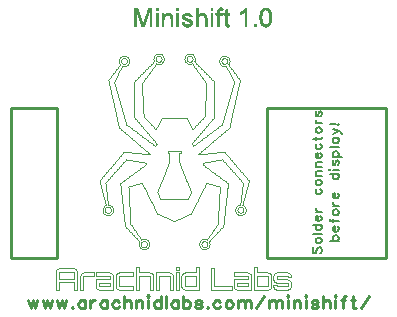
<source format=gto>
G04 DipTrace 2.3.1.0*
%INminishift_TopSilk.gto*%
%MOIN*%
%ADD10C,0.0098*%
%ADD12C,0.003*%
%ADD29C,0.004*%
%ADD53C,0.0087*%
%ADD54C,0.0066*%
%FSLAX44Y44*%
G04*
G70*
G90*
G75*
G01*
%LNTopSilk*%
%LPD*%
X5486Y7736D2*
D10*
X3951D1*
Y12736D1*
X5486D1*
Y7736D1*
X16463Y12736D2*
X12486D1*
Y7736D1*
X16463D1*
Y12736D1*
X8874Y14546D2*
D29*
X8841Y14543D1*
X8809Y14533D1*
X8779Y14517D1*
X8752Y14496D1*
X8731Y14469D1*
X8715Y14439D1*
X8705Y14407D1*
X8701Y14373D1*
X8704Y14343D1*
X8712Y14314D1*
X8725Y14287D1*
X8700Y14263D1*
X8677Y14239D1*
X8653Y14214D1*
X8628Y14190D1*
X8605Y14165D1*
X8580Y14141D1*
X8556Y14117D1*
X8533Y14092D1*
X8508Y14068D1*
X8484Y14043D1*
X8460Y14019D1*
X8436Y13995D1*
X8412Y13971D1*
X8388Y13947D1*
X8364Y13922D1*
X8340Y13898D1*
X8316Y13873D1*
X8292Y13849D1*
X8268Y13825D1*
X8243Y13800D1*
X8220Y13776D1*
X8196Y13751D1*
X8171Y13727D1*
X8148Y13703D1*
X8123Y13678D1*
X8099Y13654D1*
X8076Y13629D1*
X8051Y13605D1*
Y13570D1*
Y13537D1*
Y13502D1*
Y13467D1*
Y13433D1*
Y13398D1*
Y13364D1*
Y13330D1*
Y13295D1*
Y13260D1*
Y13226D1*
Y13191D1*
Y13157D1*
Y13123D1*
Y13088D1*
Y13053D1*
Y13019D1*
Y12985D1*
Y12950D1*
Y12916D1*
Y12881D1*
Y12846D1*
Y12812D1*
Y12778D1*
Y12743D1*
Y12709D1*
Y12674D1*
Y12639D1*
Y12605D1*
Y12571D1*
Y12536D1*
Y12502D1*
Y12467D1*
Y12432D1*
X8073Y12406D1*
X8096Y12380D1*
X8118Y12354D1*
X8141Y12328D1*
X8163Y12302D1*
X8185Y12277D1*
X8207Y12250D1*
X8229Y12224D1*
X8252Y12198D1*
X8274Y12172D1*
X8296Y12146D1*
X8319Y12120D1*
X8341Y12093D1*
X8363Y12067D1*
X8385Y12041D1*
X8407Y12015D1*
X8430Y11989D1*
X8452Y11963D1*
X8475Y11937D1*
X8497Y11911D1*
X8519Y11885D1*
X8541Y11859D1*
X8563Y11833D1*
X8586Y11807D1*
X8608Y11781D1*
X8631Y11755D1*
X8653Y11728D1*
X8675Y11702D1*
X8697Y11676D1*
X8719Y11650D1*
X8742Y11624D1*
X8764Y11598D1*
X8786Y11571D1*
X8809Y11545D1*
X8791Y11519D1*
X8774Y11492D1*
X8757Y11465D1*
X8729Y11486D1*
X8700Y11508D1*
X8672Y11528D1*
X8644Y11549D1*
X8616Y11571D1*
X8588Y11592D1*
X8560Y11612D1*
X8532Y11634D1*
X8504Y11655D1*
X8475Y11676D1*
X8447Y11697D1*
X8420Y11718D1*
X8392Y11739D1*
X8363Y11760D1*
X8335Y11781D1*
X8307Y11802D1*
X8279Y11823D1*
X8250Y11844D1*
X8223Y11866D1*
X8195Y11886D1*
X8167Y11907D1*
X8138Y11929D1*
X8110Y11950D1*
X8082Y11971D1*
X8055Y11992D1*
X8026Y12013D1*
X7998Y12034D1*
X7970Y12055D1*
X7942Y12076D1*
X7913Y12097D1*
X7885Y12118D1*
X7858Y12140D1*
X7830Y12160D1*
X7801Y12181D1*
X7792Y12215D1*
X7782Y12248D1*
X7772Y12281D1*
X7763Y12314D1*
X7753Y12348D1*
X7744Y12381D1*
X7735Y12414D1*
X7725Y12448D1*
X7716Y12481D1*
X7706Y12514D1*
X7696Y12548D1*
X7687Y12581D1*
X7677Y12614D1*
X7668Y12648D1*
X7659Y12681D1*
X7648Y12714D1*
X7639Y12748D1*
X7630Y12781D1*
X7620Y12814D1*
X7611Y12848D1*
X7601Y12881D1*
X7591Y12914D1*
X7582Y12948D1*
X7572Y12981D1*
X7563Y13014D1*
X7554Y13048D1*
X7544Y13081D1*
X7534Y13114D1*
X7525Y13148D1*
X7515Y13181D1*
X7506Y13214D1*
X7496Y13248D1*
X7487Y13281D1*
X7477Y13314D1*
X7467Y13348D1*
X7458Y13381D1*
X7449Y13414D1*
X7439Y13448D1*
X7430Y13481D1*
X7420Y13514D1*
X7410Y13548D1*
X7401Y13581D1*
X7391Y13614D1*
X7408Y13644D1*
X7423Y13675D1*
X7440Y13706D1*
X7456Y13736D1*
X7472Y13767D1*
X7489Y13798D1*
X7504Y13828D1*
X7521Y13859D1*
X7536Y13890D1*
X7553Y13921D1*
X7568Y13951D1*
X7585Y13982D1*
X7601Y14013D1*
X7617Y14043D1*
X7634Y14074D1*
X7649Y14105D1*
X7666Y14135D1*
X7692Y14128D1*
X7718Y14126D1*
X7752Y14130D1*
X7785Y14139D1*
X7815Y14156D1*
X7841Y14177D1*
X7862Y14203D1*
X7877Y14233D1*
X7888Y14266D1*
X7891Y14299D1*
X7888Y14333D1*
X7877Y14365D1*
X7862Y14395D1*
X7841Y14422D1*
X7815Y14443D1*
X7785Y14459D1*
X7752Y14469D1*
X7718Y14472D1*
X7685Y14469D1*
X7652Y14459D1*
X7623Y14443D1*
X7596Y14422D1*
X7575Y14395D1*
X7559Y14365D1*
X7549Y14333D1*
X7546Y14299D1*
X7548Y14268D1*
X7558Y14237D1*
X7572Y14209D1*
X7590Y14183D1*
X7570Y14157D1*
X7550Y14129D1*
X7529Y14102D1*
X7508Y14074D1*
X7487Y14046D1*
X7467Y14020D1*
X7446Y13992D1*
X7425Y13965D1*
X7405Y13937D1*
X7384Y13910D1*
X7363Y13883D1*
X7342Y13855D1*
X7322Y13828D1*
X7301Y13800D1*
X7280Y13773D1*
X7260Y13746D1*
X7238Y13718D1*
X7218Y13691D1*
X7198Y13663D1*
X7205Y13630D1*
X7213Y13596D1*
X7220Y13562D1*
X7228Y13529D1*
X7235Y13495D1*
X7242Y13461D1*
X7250Y13428D1*
X7258Y13394D1*
X7265Y13360D1*
X7273Y13326D1*
X7281Y13293D1*
X7288Y13259D1*
X7296Y13225D1*
X7303Y13192D1*
X7311Y13158D1*
X7318Y13124D1*
X7325Y13090D1*
X7333Y13056D1*
X7341Y13023D1*
X7348Y12990D1*
X7356Y12956D1*
X7363Y12922D1*
X7371Y12888D1*
X7379Y12854D1*
X7386Y12820D1*
X7394Y12787D1*
X7402Y12753D1*
X7409Y12720D1*
X7416Y12686D1*
X7423Y12652D1*
X7431Y12618D1*
X7439Y12585D1*
X7446Y12551D1*
X7454Y12517D1*
X7462Y12483D1*
X7469Y12450D1*
X7477Y12416D1*
X7485Y12383D1*
X7492Y12349D1*
X7500Y12315D1*
X7507Y12281D1*
X7514Y12247D1*
X7522Y12214D1*
X7529Y12181D1*
X7537Y12147D1*
X7545Y12113D1*
X7552Y12079D1*
X7579Y12056D1*
X7605Y12034D1*
X7632Y12011D1*
X7659Y11988D1*
X7685Y11966D1*
X7711Y11944D1*
X7738Y11921D1*
X7764Y11898D1*
X7791Y11876D1*
X7817Y11853D1*
X7844Y11830D1*
X7870Y11807D1*
X7897Y11785D1*
X7924Y11763D1*
X7949Y11740D1*
X7976Y11717D1*
X8003Y11695D1*
X8029Y11672D1*
X8056Y11649D1*
X8082Y11627D1*
X8109Y11604D1*
X8135Y11582D1*
X8162Y11559D1*
X8189Y11537D1*
X8214Y11514D1*
X8241Y11491D1*
X8268Y11469D1*
X8294Y11446D1*
X8321Y11423D1*
X8348Y11401D1*
X8374Y11379D1*
X8400Y11356D1*
X8427Y11333D1*
X8453Y11310D1*
X8480Y11288D1*
X8506Y11265D1*
X8533Y11242D1*
X8559Y11220D1*
X8586Y11198D1*
X8578Y11187D1*
X8544Y11190D1*
X8510Y11194D1*
X8475Y11197D1*
X8442Y11201D1*
X8407Y11205D1*
X8374Y11208D1*
X8339Y11212D1*
X8305Y11215D1*
X8271Y11219D1*
X8237Y11222D1*
X8203Y11226D1*
X8169Y11229D1*
X8134Y11233D1*
X8101Y11236D1*
X8066Y11240D1*
X8033Y11243D1*
X7998Y11247D1*
X7964Y11251D1*
X7930Y11254D1*
X7896Y11258D1*
X7862Y11261D1*
X7828Y11265D1*
X7793Y11268D1*
X7759Y11272D1*
X7725Y11275D1*
X7703Y11249D1*
X7680Y11223D1*
X7657Y11196D1*
X7634Y11170D1*
X7612Y11143D1*
X7589Y11116D1*
X7566Y11091D1*
X7543Y11064D1*
X7521Y11037D1*
X7498Y11010D1*
X7475Y10984D1*
X7452Y10958D1*
X7430Y10931D1*
X7407Y10905D1*
X7384Y10878D1*
X7362Y10851D1*
X7339Y10825D1*
X7316Y10799D1*
X7293Y10772D1*
X7271Y10746D1*
X7248Y10719D1*
X7225Y10692D1*
X7202Y10666D1*
X7180Y10640D1*
X7157Y10613D1*
X7134Y10587D1*
X7112Y10560D1*
X7089Y10533D1*
X7066Y10507D1*
X7043Y10481D1*
X7021Y10454D1*
X6997Y10427D1*
X6974Y10401D1*
X6952Y10374D1*
X6929Y10348D1*
X6906Y10322D1*
X6908Y10289D1*
X6910Y10256D1*
X6919Y10223D1*
X6928Y10190D1*
X6937Y10158D1*
X6946Y10125D1*
X6955Y10092D1*
X6964Y10059D1*
X6973Y10026D1*
X6982Y9993D1*
X6991Y9960D1*
X7000Y9927D1*
X7009Y9894D1*
X7018Y9861D1*
X7027Y9828D1*
X7036Y9795D1*
X7045Y9762D1*
X7054Y9729D1*
X7063Y9696D1*
X7072Y9663D1*
X7081Y9630D1*
X7090Y9597D1*
X7099Y9565D1*
X7108Y9531D1*
X7117Y9498D1*
X7086Y9483D1*
X7060Y9461D1*
X7037Y9435D1*
X7021Y9405D1*
X7010Y9372D1*
X7006Y9337D1*
X7010Y9303D1*
X7020Y9271D1*
X7036Y9241D1*
X7057Y9215D1*
X7084Y9194D1*
X7114Y9177D1*
X7146Y9168D1*
X7180Y9165D1*
X7213Y9168D1*
X7246Y9177D1*
X7276Y9194D1*
X7302Y9215D1*
X7324Y9241D1*
X7340Y9271D1*
X7350Y9304D1*
X7353Y9337D1*
X7350Y9370D1*
X7340Y9402D1*
X7325Y9431D1*
X7305Y9456D1*
X7280Y9477D1*
X7252Y9494D1*
X7221Y9505D1*
X7188Y9509D1*
X7184Y9543D1*
X7180Y9576D1*
X7177Y9610D1*
X7173Y9643D1*
X7169Y9677D1*
X7165Y9711D1*
X7161Y9744D1*
X7156Y9778D1*
X7152Y9812D1*
X7148Y9845D1*
X7144Y9879D1*
X7141Y9912D1*
X7137Y9945D1*
X7133Y9979D1*
X7129Y10012D1*
X7125Y10046D1*
X7120Y10080D1*
X7116Y10113D1*
X7112Y10147D1*
X7108Y10181D1*
X7104Y10214D1*
X7101Y10248D1*
X7123Y10274D1*
X7147Y10299D1*
X7170Y10325D1*
X7193Y10351D1*
X7216Y10377D1*
X7239Y10403D1*
X7262Y10428D1*
X7286Y10454D1*
X7308Y10480D1*
X7332Y10506D1*
X7355Y10531D1*
X7378Y10557D1*
X7401Y10583D1*
X7424Y10609D1*
X7447Y10634D1*
X7470Y10660D1*
X7493Y10686D1*
X7516Y10712D1*
X7539Y10738D1*
X7562Y10763D1*
X7586Y10789D1*
X7608Y10815D1*
X7632Y10841D1*
X7655Y10866D1*
X7678Y10892D1*
X7701Y10918D1*
X7724Y10944D1*
X7747Y10969D1*
X7771Y10995D1*
X7793Y11021D1*
X7828Y11015D1*
X7862Y11009D1*
X7896Y11002D1*
X7931Y10996D1*
X7965Y10990D1*
X7999Y10984D1*
X8033Y10978D1*
X8068Y10972D1*
X8102Y10965D1*
X8136Y10959D1*
X8171Y10953D1*
X8205Y10946D1*
X8239Y10940D1*
X8273Y10934D1*
X8308Y10928D1*
X8342Y10922D1*
X8376Y10916D1*
X8410Y10909D1*
X8445Y10903D1*
X8439Y10873D1*
X8432Y10842D1*
X8405Y10821D1*
X8377Y10800D1*
X8349Y10780D1*
X8321Y10759D1*
X8293Y10738D1*
X8265Y10717D1*
X8237Y10697D1*
X8209Y10677D1*
X8181Y10656D1*
X8153Y10635D1*
X8126Y10614D1*
X8098Y10594D1*
X8069Y10573D1*
X8042Y10552D1*
X8014Y10532D1*
X7986Y10511D1*
X7958Y10491D1*
X7930Y10470D1*
X7902Y10449D1*
X7874Y10429D1*
X7847Y10408D1*
X7819Y10388D1*
X7790Y10366D1*
X7763Y10346D1*
X7735Y10326D1*
X7707Y10305D1*
X7679Y10284D1*
X7651Y10263D1*
X7623Y10243D1*
X7595Y10222D1*
X7599Y10187D1*
X7603Y10152D1*
X7607Y10118D1*
X7611Y10082D1*
X7615Y10048D1*
X7618Y10013D1*
X7622Y9978D1*
X7626Y9943D1*
X7630Y9908D1*
X7634Y9873D1*
X7637Y9838D1*
X7641Y9804D1*
X7645Y9768D1*
X7649Y9734D1*
X7653Y9699D1*
X7657Y9664D1*
X7660Y9629D1*
X7664Y9594D1*
X7668Y9559D1*
X7672Y9524D1*
X7676Y9490D1*
X7680Y9454D1*
X7684Y9420D1*
X7688Y9385D1*
X7692Y9350D1*
X7695Y9315D1*
X7699Y9280D1*
X7703Y9246D1*
X7706Y9210D1*
X7710Y9176D1*
X7714Y9141D1*
X7718Y9106D1*
X7722Y9071D1*
X7726Y9036D1*
X7730Y9001D1*
X7734Y8966D1*
X7737Y8932D1*
X7741Y8896D1*
X7745Y8862D1*
X7749Y8827D1*
X7753Y8792D1*
X7777Y8766D1*
X7801Y8741D1*
X7826Y8716D1*
X7849Y8691D1*
X7873Y8665D1*
X7898Y8640D1*
X7922Y8615D1*
X7946Y8589D1*
X7971Y8563D1*
X7995Y8538D1*
X8019Y8513D1*
X8043Y8488D1*
X8067Y8463D1*
X8091Y8437D1*
X8116Y8412D1*
X8140Y8386D1*
X8164Y8361D1*
X8188Y8336D1*
X8212Y8310D1*
X8236Y8285D1*
X8222Y8257D1*
X8213Y8227D1*
X8210Y8194D1*
X8214Y8161D1*
X8223Y8128D1*
X8239Y8098D1*
X8261Y8072D1*
X8287Y8051D1*
X8317Y8035D1*
X8349Y8025D1*
X8383Y8022D1*
X8417Y8025D1*
X8450Y8035D1*
X8479Y8051D1*
X8505Y8072D1*
X8527Y8098D1*
X8543Y8128D1*
X8553Y8161D1*
X8556Y8194D1*
X8553Y8228D1*
X8543Y8260D1*
X8527Y8290D1*
X8505Y8316D1*
X8479Y8338D1*
X8449Y8353D1*
X8417Y8364D1*
X8383Y8367D1*
X8354Y8364D1*
X8326Y8356D1*
X8299Y8345D1*
X8280Y8372D1*
X8261Y8400D1*
X8242Y8428D1*
X8223Y8456D1*
X8203Y8483D1*
X8185Y8512D1*
X8165Y8539D1*
X8146Y8567D1*
X8127Y8595D1*
X8108Y8622D1*
X8089Y8650D1*
X8069Y8678D1*
X8051Y8706D1*
X8032Y8733D1*
X8012Y8761D1*
X7993Y8789D1*
X7974Y8817D1*
X7955Y8844D1*
X7935Y8873D1*
X7934Y8907D1*
X7932Y8941D1*
X7930Y8976D1*
X7928Y9010D1*
X7926Y9044D1*
X7924Y9079D1*
X7922Y9114D1*
X7920Y9147D1*
X7919Y9182D1*
X7917Y9217D1*
X7915Y9250D1*
X7913Y9285D1*
X7911Y9320D1*
X7909Y9354D1*
X7907Y9388D1*
X7906Y9423D1*
X7903Y9457D1*
X7902Y9491D1*
X7899Y9526D1*
X7898Y9561D1*
X7896Y9595D1*
X7894Y9629D1*
X7892Y9664D1*
X7890Y9698D1*
X7888Y9732D1*
X7886Y9767D1*
X7884Y9801D1*
X7883Y9836D1*
X7880Y9870D1*
X7879Y9904D1*
X7877Y9939D1*
X7875Y9973D1*
X7873Y10008D1*
X7871Y10042D1*
X7870Y10077D1*
X7867Y10111D1*
X7899Y10120D1*
X7931Y10129D1*
X7964Y10137D1*
X7996Y10146D1*
X8028Y10155D1*
X8059Y10164D1*
X8091Y10173D1*
X8123Y10182D1*
X8156Y10190D1*
X8188Y10199D1*
X8220Y10208D1*
X8252Y10217D1*
X8284Y10226D1*
X8316Y10234D1*
X8331Y10204D1*
X8347Y10172D1*
X8363Y10141D1*
X8378Y10111D1*
X8393Y10079D1*
X8409Y10049D1*
X8424Y10017D1*
X8440Y9986D1*
X8456Y9955D1*
X8471Y9924D1*
X8486Y9893D1*
X8502Y9862D1*
X8518Y9831D1*
X8533Y9800D1*
X8549Y9769D1*
X8564Y9738D1*
X8580Y9707D1*
X8595Y9676D1*
X8611Y9645D1*
X8627Y9614D1*
X8642Y9583D1*
X8657Y9552D1*
X8673Y9521D1*
X8689Y9490D1*
X8704Y9459D1*
X8719Y9428D1*
X8735Y9397D1*
X8751Y9366D1*
X8766Y9335D1*
X8782Y9304D1*
X8797Y9273D1*
X8813Y9242D1*
X8828Y9210D1*
X8860Y9197D1*
X8891Y9183D1*
X8922Y9169D1*
X8954Y9155D1*
X8985Y9142D1*
X9016Y9128D1*
X9047Y9114D1*
X9078Y9100D1*
X9110Y9086D1*
X9141Y9073D1*
X9172Y9058D1*
X9204Y9044D1*
X9235Y9031D1*
X9266Y9017D1*
X9298Y9003D1*
X9329Y8989D1*
X9360Y8976D1*
X9391Y8962D1*
X9422Y8976D1*
X9454Y8989D1*
X9485Y9003D1*
X9516Y9017D1*
X9548Y9031D1*
X9578Y9044D1*
X9610Y9058D1*
X9641Y9073D1*
X9672Y9086D1*
X9704Y9100D1*
X9734Y9114D1*
X9766Y9128D1*
X9797Y9142D1*
X9828Y9155D1*
X9860Y9169D1*
X9891Y9183D1*
X9922Y9197D1*
X9953Y9210D1*
X9969Y9242D1*
X9984Y9273D1*
X10000Y9304D1*
X10016Y9335D1*
X10031Y9365D1*
X10046Y9397D1*
X10062Y9428D1*
X10078Y9459D1*
X10093Y9490D1*
X10108Y9521D1*
X10124Y9552D1*
X10140Y9583D1*
X10155Y9614D1*
X10171Y9645D1*
X10186Y9676D1*
X10202Y9707D1*
X10217Y9738D1*
X10233Y9769D1*
X10249Y9800D1*
X10263Y9831D1*
X10279Y9862D1*
X10295Y9893D1*
X10310Y9924D1*
X10326Y9955D1*
X10342Y9986D1*
X10357Y10017D1*
X10372Y10049D1*
X10388Y10079D1*
X10404Y10110D1*
X10419Y10141D1*
X10434Y10172D1*
X10450Y10204D1*
X10466Y10234D1*
X10349Y10843D2*
X10343Y10873D1*
X10337Y10903D1*
X10371Y10909D1*
X10405Y10916D1*
X10440Y10922D1*
X10474Y10928D1*
X10508Y10934D1*
X10543Y10940D1*
X10577Y10946D1*
X10612Y10953D1*
X10646Y10959D1*
X10680Y10965D1*
X10714Y10972D1*
X10749Y10978D1*
X10783Y10984D1*
X10818Y10990D1*
X10852Y10996D1*
X10886Y11002D1*
X10920Y11009D1*
X10955Y11015D1*
X10989Y11021D1*
X11012Y10995D1*
X11036Y10969D1*
X11058Y10944D1*
X11082Y10918D1*
X11105Y10892D1*
X11128Y10866D1*
X11151Y10840D1*
X11174Y10815D1*
X11197Y10789D1*
X11220Y10763D1*
X11243Y10737D1*
X11266Y10712D1*
X11290Y10686D1*
X11312Y10660D1*
X11336Y10634D1*
X11359Y10609D1*
X11382Y10583D1*
X11405Y10557D1*
X11428Y10531D1*
X11451Y10506D1*
X11475Y10480D1*
X11497Y10454D1*
X11521Y10428D1*
X11544Y10403D1*
X11567Y10377D1*
X11590Y10351D1*
X11613Y10325D1*
X11636Y10299D1*
X11659Y10274D1*
X11682Y10248D1*
X11678Y10214D1*
X11674Y10181D1*
X11671Y10147D1*
X11666Y10113D1*
X11662Y10080D1*
X11658Y10046D1*
X11654Y10012D1*
X11650Y9979D1*
X11646Y9945D1*
X11642Y9912D1*
X11638Y9879D1*
X11634Y9845D1*
X11630Y9812D1*
X11626Y9778D1*
X11622Y9744D1*
X11618Y9711D1*
X11614Y9677D1*
X11610Y9643D1*
X11606Y9610D1*
X11602Y9576D1*
X11598Y9543D1*
X11594Y9509D1*
X11562Y9505D1*
X11531Y9494D1*
X11502Y9478D1*
X11478Y9456D1*
X11457Y9431D1*
X11442Y9402D1*
X11433Y9370D1*
X11430Y9337D1*
X11433Y9304D1*
X11443Y9271D1*
X11459Y9241D1*
X11481Y9215D1*
X11507Y9194D1*
X11536Y9177D1*
X11569Y9168D1*
X11603Y9165D1*
X11637Y9168D1*
X11669Y9177D1*
X11699Y9194D1*
X11725Y9215D1*
X11746Y9242D1*
X11762Y9272D1*
X11772Y9304D1*
X11775Y9337D1*
X11772Y9372D1*
X11761Y9405D1*
X11745Y9435D1*
X11723Y9461D1*
X11696Y9483D1*
X11666Y9498D1*
X11674Y9531D1*
X11684Y9565D1*
X11692Y9597D1*
X11702Y9630D1*
X11710Y9663D1*
X11720Y9696D1*
X11729Y9729D1*
X11738Y9762D1*
X11747Y9795D1*
X11756Y9828D1*
X11765Y9860D1*
X11774Y9893D1*
X11783Y9927D1*
X11792Y9960D1*
X11801Y9993D1*
X11810Y10026D1*
X11819Y10059D1*
X11828Y10092D1*
X11837Y10125D1*
X11846Y10158D1*
X11855Y10190D1*
X11864Y10223D1*
X11873Y10256D1*
X11874Y10289D1*
X11876Y10322D1*
X11853Y10348D1*
X11830Y10374D1*
X11808Y10401D1*
X11785Y10428D1*
X11762Y10454D1*
X11740Y10481D1*
X11717Y10507D1*
X11694Y10533D1*
X11671Y10560D1*
X11649Y10587D1*
X11626Y10613D1*
X11603Y10640D1*
X11580Y10666D1*
X11558Y10692D1*
X11535Y10719D1*
X11512Y10746D1*
X11489Y10772D1*
X11467Y10799D1*
X11444Y10825D1*
X11421Y10851D1*
X11399Y10878D1*
X11376Y10905D1*
X11353Y10931D1*
X11330Y10958D1*
X11308Y10984D1*
X11285Y11010D1*
X11262Y11037D1*
X11239Y11064D1*
X11217Y11091D1*
X11194Y11116D1*
X11171Y11143D1*
X11148Y11170D1*
X11126Y11196D1*
X11103Y11223D1*
X11080Y11249D1*
X11058Y11275D1*
X11023Y11272D1*
X10989Y11268D1*
X10955Y11265D1*
X10921Y11261D1*
X10887Y11258D1*
X10852Y11254D1*
X10818Y11251D1*
X10784Y11247D1*
X10750Y11243D1*
X10716Y11240D1*
X10681Y11236D1*
X10648Y11233D1*
X10613Y11229D1*
X10579Y11226D1*
X10545Y11222D1*
X10511Y11219D1*
X10477Y11215D1*
X10442Y11212D1*
X10408Y11208D1*
X10374Y11205D1*
X10340Y11201D1*
X10306Y11198D1*
X10272Y11194D1*
X10238Y11190D1*
X10203Y11187D1*
X10197Y11198D1*
X10223Y11220D1*
X10250Y11242D1*
X10276Y11265D1*
X10303Y11288D1*
X10329Y11311D1*
X10356Y11333D1*
X10383Y11356D1*
X10408Y11379D1*
X10435Y11401D1*
X10462Y11423D1*
X10488Y11446D1*
X10515Y11469D1*
X10541Y11491D1*
X10568Y11514D1*
X10594Y11537D1*
X10621Y11559D1*
X10648Y11582D1*
X10673Y11604D1*
X10700Y11627D1*
X10727Y11649D1*
X10753Y11672D1*
X10780Y11695D1*
X10807Y11717D1*
X10833Y11740D1*
X10859Y11763D1*
X10886Y11785D1*
X10913Y11807D1*
X10939Y11830D1*
X10965Y11853D1*
X10992Y11876D1*
X11018Y11898D1*
X11045Y11921D1*
X11072Y11944D1*
X11098Y11966D1*
X11124Y11988D1*
X11151Y12011D1*
X11177Y12034D1*
X11204Y12056D1*
X11231Y12079D1*
X11238Y12113D1*
X11246Y12147D1*
X11253Y12181D1*
X11261Y12214D1*
X11268Y12247D1*
X11275Y12281D1*
X11283Y12315D1*
X11291Y12349D1*
X11298Y12383D1*
X11306Y12416D1*
X11314Y12450D1*
X11321Y12483D1*
X11329Y12517D1*
X11336Y12551D1*
X11344Y12585D1*
X11351Y12619D1*
X11359Y12652D1*
X11366Y12686D1*
X11374Y12720D1*
X11381Y12753D1*
X11389Y12787D1*
X11396Y12821D1*
X11404Y12854D1*
X11412Y12888D1*
X11419Y12922D1*
X11427Y12956D1*
X11435Y12990D1*
X11442Y13023D1*
X11449Y13056D1*
X11457Y13090D1*
X11464Y13124D1*
X11472Y13158D1*
X11479Y13192D1*
X11487Y13225D1*
X11495Y13259D1*
X11502Y13293D1*
X11510Y13326D1*
X11518Y13360D1*
X11525Y13394D1*
X11533Y13428D1*
X11540Y13461D1*
X11547Y13495D1*
X11555Y13529D1*
X11562Y13562D1*
X11570Y13596D1*
X11578Y13630D1*
X11585Y13663D1*
X11565Y13691D1*
X11544Y13718D1*
X11523Y13746D1*
X11503Y13773D1*
X11482Y13800D1*
X11461Y13828D1*
X11440Y13855D1*
X11420Y13883D1*
X11399Y13910D1*
X11378Y13937D1*
X11358Y13965D1*
X11337Y13992D1*
X11316Y14020D1*
X11295Y14046D1*
X11275Y14074D1*
X11254Y14102D1*
X11233Y14129D1*
X11213Y14157D1*
X11192Y14183D1*
X11211Y14209D1*
X11225Y14237D1*
X11234Y14268D1*
X11237Y14299D1*
X11234Y14333D1*
X11224Y14365D1*
X11208Y14395D1*
X11186Y14422D1*
X11160Y14443D1*
X11130Y14460D1*
X11098Y14469D1*
X11064Y14472D1*
X11030Y14469D1*
X10998Y14459D1*
X10968Y14443D1*
X10942Y14422D1*
X10921Y14395D1*
X10905Y14365D1*
X10895Y14333D1*
X10892Y14299D1*
X10895Y14266D1*
X10905Y14233D1*
X10921Y14203D1*
X10942Y14177D1*
X10968Y14156D1*
X10998Y14139D1*
X11030Y14130D1*
X11064Y14127D1*
X11090Y14129D1*
X11117Y14135D1*
X11133Y14105D1*
X11149Y14074D1*
X11166Y14043D1*
X11181Y14013D1*
X11198Y13982D1*
X11214Y13951D1*
X11230Y13921D1*
X11246Y13890D1*
X11262Y13859D1*
X11279Y13828D1*
X11294Y13798D1*
X11311Y13767D1*
X11326Y13736D1*
X11343Y13706D1*
X11359Y13675D1*
X11375Y13644D1*
X11391Y13614D1*
X11382Y13581D1*
X11373Y13548D1*
X11362Y13514D1*
X11353Y13481D1*
X11344Y13448D1*
X11334Y13415D1*
X11325Y13381D1*
X11315Y13348D1*
X11305Y13315D1*
X11296Y13281D1*
X11286Y13248D1*
X11277Y13215D1*
X11268Y13181D1*
X11258Y13148D1*
X11248Y13115D1*
X11239Y13081D1*
X11229Y13048D1*
X11220Y13015D1*
X11210Y12981D1*
X11201Y12948D1*
X11191Y12915D1*
X11181Y12881D1*
X11172Y12848D1*
X11163Y12815D1*
X11153Y12781D1*
X11144Y12748D1*
X11134Y12715D1*
X11124Y12681D1*
X11115Y12648D1*
X11105Y12615D1*
X11096Y12581D1*
X11087Y12548D1*
X11076Y12515D1*
X11067Y12481D1*
X11058Y12448D1*
X11048Y12415D1*
X11039Y12381D1*
X11029Y12348D1*
X11020Y12315D1*
X11010Y12281D1*
X11000Y12248D1*
X10991Y12215D1*
X10981Y12181D1*
X10953Y12161D1*
X10925Y12140D1*
X10897Y12118D1*
X10869Y12097D1*
X10840Y12076D1*
X10813Y12055D1*
X10785Y12034D1*
X10757Y12013D1*
X10728Y11992D1*
X10700Y11971D1*
X10672Y11950D1*
X10644Y11929D1*
X10615Y11907D1*
X10587Y11886D1*
X10560Y11866D1*
X10532Y11844D1*
X10503Y11823D1*
X10475Y11802D1*
X10447Y11781D1*
X10419Y11760D1*
X10390Y11739D1*
X10362Y11718D1*
X10335Y11697D1*
X10307Y11676D1*
X10278Y11655D1*
X10250Y11634D1*
X10222Y11613D1*
X10194Y11592D1*
X10165Y11571D1*
X10137Y11549D1*
X10109Y11528D1*
X10081Y11508D1*
X10053Y11486D1*
X10025Y11465D1*
X10008Y11492D1*
X9991Y11519D1*
X9974Y11545D1*
X9996Y11571D1*
X10019Y11598D1*
X10041Y11624D1*
X10064Y11650D1*
X10086Y11676D1*
X10107Y11702D1*
X10130Y11728D1*
X10152Y11755D1*
X10175Y11781D1*
X10197Y11807D1*
X10219Y11833D1*
X10242Y11859D1*
X10263Y11885D1*
X10286Y11911D1*
X10308Y11937D1*
X10331Y11963D1*
X10353Y11989D1*
X10375Y12015D1*
X10398Y12041D1*
X10419Y12067D1*
X10442Y12093D1*
X10464Y12120D1*
X10486Y12146D1*
X10509Y12172D1*
X10531Y12198D1*
X10553Y12224D1*
X10575Y12250D1*
X10597Y12277D1*
X10620Y12302D1*
X10642Y12328D1*
X10665Y12354D1*
X10687Y12380D1*
X10709Y12406D1*
X10731Y12432D1*
Y12467D1*
Y12502D1*
Y12536D1*
Y12571D1*
Y12605D1*
Y12639D1*
Y12674D1*
Y12709D1*
Y12743D1*
Y12778D1*
Y12812D1*
Y12846D1*
Y12881D1*
Y12916D1*
Y12950D1*
Y12985D1*
Y13019D1*
Y13053D1*
Y13088D1*
Y13123D1*
Y13157D1*
Y13191D1*
Y13226D1*
Y13260D1*
Y13295D1*
Y13330D1*
Y13364D1*
Y13398D1*
Y13433D1*
Y13467D1*
Y13502D1*
Y13537D1*
Y13570D1*
Y13605D1*
X10707Y13629D1*
X10683Y13654D1*
X10659Y13678D1*
X10635Y13703D1*
X10611Y13727D1*
X10587Y13751D1*
X10563Y13776D1*
X10539Y13800D1*
X10515Y13825D1*
X10491Y13849D1*
X10466Y13873D1*
X10443Y13898D1*
X10419Y13922D1*
X10394Y13947D1*
X10371Y13971D1*
X10347Y13995D1*
X10322Y14019D1*
X10299Y14043D1*
X10274Y14068D1*
X10250Y14092D1*
X10227Y14117D1*
X10202Y14141D1*
X10178Y14165D1*
X10155Y14190D1*
X10130Y14214D1*
X10106Y14239D1*
X10082Y14263D1*
X10058Y14287D1*
X10071Y14314D1*
X10078Y14343D1*
X10081Y14373D1*
X10078Y14407D1*
X10068Y14439D1*
X10052Y14469D1*
X10031Y14496D1*
X10004Y14517D1*
X9974Y14533D1*
X9942Y14543D1*
X9908Y14546D1*
X9875Y14543D1*
X9842Y14533D1*
X9812Y14517D1*
X9786Y14495D1*
X9765Y14469D1*
X9749Y14439D1*
X9740Y14407D1*
X9736Y14373D1*
X9740Y14339D1*
X9749Y14307D1*
X9765Y14277D1*
X9786Y14251D1*
X9813Y14229D1*
X9843Y14213D1*
X9875Y14204D1*
X9908Y14200D1*
X9935Y14202D1*
X9961Y14209D1*
X9985Y14219D1*
X10006Y14191D1*
X10025Y14163D1*
X10046Y14135D1*
X10066Y14107D1*
X10086Y14079D1*
X10106Y14051D1*
X10126Y14023D1*
X10146Y13995D1*
X10165Y13967D1*
X10186Y13939D1*
X10206Y13911D1*
X10226Y13884D1*
X10246Y13855D1*
X10266Y13828D1*
X10286Y13799D1*
X10307Y13772D1*
X10326Y13743D1*
X10347Y13716D1*
X10366Y13688D1*
X10387Y13660D1*
X10407Y13632D1*
X10427Y13603D1*
X10447Y13576D1*
X10466Y13548D1*
X10465Y13513D1*
X10463Y13477D1*
X10461Y13442D1*
X10459Y13407D1*
X10458Y13372D1*
X10456Y13337D1*
X10454Y13302D1*
X10452Y13267D1*
X10450Y13231D1*
X10448Y13197D1*
X10446Y13161D1*
X10445Y13126D1*
X10443Y13091D1*
X10441Y13056D1*
X10439Y13020D1*
X10437Y12986D1*
X10435Y12950D1*
X10434Y12915D1*
X10432Y12880D1*
X10430Y12845D1*
X10428Y12809D1*
X10427Y12775D1*
X10424Y12739D1*
X10423Y12704D1*
X10420Y12669D1*
X10419Y12634D1*
X10417Y12598D1*
X10415Y12564D1*
X10413Y12528D1*
X10412Y12493D1*
X10409Y12458D1*
X10386Y12432D1*
X10361Y12406D1*
X10338Y12381D1*
X10314Y12355D1*
X10290Y12330D1*
X10266Y12304D1*
X10242Y12278D1*
X10218Y12253D1*
X10194Y12227D1*
X10170Y12202D1*
X10147Y12176D1*
X10122Y12150D1*
X10099Y12125D1*
X10075Y12099D1*
X10051Y12073D1*
X10027Y12047D1*
X10003Y12022D1*
X9987Y12051D1*
X9970Y12081D1*
X9955Y12111D1*
X9938Y12141D1*
X9922Y12171D1*
X9906Y12201D1*
X9890Y12231D1*
X9874Y12262D1*
X9857Y12291D1*
X9841Y12321D1*
X9825Y12351D1*
X9809Y12381D1*
X9808Y12387D1*
X9774D1*
X9738D1*
X9704D1*
X9669D1*
X9635D1*
X9600D1*
X9566D1*
X9531D1*
X9496D1*
X9462D1*
X9427D1*
X9393D1*
X9358D1*
X9323D1*
X9288D1*
X9254D1*
X9219D1*
X9185D1*
X9150D1*
X9115D1*
X9081D1*
X9046D1*
X9012D1*
X8977D1*
X8961Y12357D1*
X8944Y12326D1*
X8928Y12296D1*
X8911Y12265D1*
X8895Y12235D1*
X8878Y12204D1*
X8862Y12173D1*
X8845Y12143D1*
X8829Y12112D1*
X8813Y12082D1*
X8796Y12051D1*
X8780Y12021D1*
X8756Y12047D1*
X8732Y12072D1*
X8708Y12098D1*
X8684Y12124D1*
X8660Y12149D1*
X8636Y12175D1*
X8613Y12201D1*
X8588Y12226D1*
X8565Y12252D1*
X8541Y12278D1*
X8517Y12303D1*
X8493Y12329D1*
X8469Y12355D1*
X8445Y12381D1*
X8421Y12406D1*
X8397Y12432D1*
X8373Y12458D1*
X8371Y12493D1*
X8370Y12528D1*
X8367Y12564D1*
X8366Y12598D1*
X8364Y12634D1*
X8362Y12669D1*
X8360Y12704D1*
X8359Y12739D1*
X8356Y12775D1*
X8355Y12809D1*
X8353Y12845D1*
X8351Y12880D1*
X8349Y12915D1*
X8347Y12950D1*
X8345Y12986D1*
X8344Y13020D1*
X8341Y13056D1*
X8340Y13091D1*
X8338Y13126D1*
X8336Y13161D1*
X8334Y13197D1*
X8333Y13231D1*
X8330Y13267D1*
X8329Y13302D1*
X8327Y13337D1*
X8325Y13372D1*
X8323Y13407D1*
X8321Y13442D1*
X8319Y13477D1*
X8318Y13513D1*
X8316Y13548D1*
X8336Y13576D1*
X8356Y13604D1*
X8376Y13632D1*
X8396Y13660D1*
X8416Y13688D1*
X8436Y13716D1*
X8457Y13743D1*
X8476Y13772D1*
X8497Y13799D1*
X8516Y13828D1*
X8537Y13855D1*
X8557Y13884D1*
X8577Y13911D1*
X8597Y13939D1*
X8617Y13967D1*
X8637Y13995D1*
X8657Y14024D1*
X8677Y14051D1*
X8697Y14080D1*
X8717Y14107D1*
X8737Y14135D1*
X8758Y14163D1*
X8777Y14191D1*
X8798Y14219D1*
X8822Y14209D1*
X8848Y14202D1*
X8874Y14200D1*
X8908Y14204D1*
X8940Y14213D1*
X8970Y14229D1*
X8997Y14251D1*
X9018Y14277D1*
X9034Y14307D1*
X9043Y14339D1*
X9046Y14373D1*
X9043Y14407D1*
X9034Y14439D1*
X9018Y14469D1*
X8997Y14496D1*
X8970Y14517D1*
X8940Y14533D1*
X8908Y14543D1*
X8874Y14546D1*
X10459Y10234D2*
X10492Y10226D1*
X10524Y10217D1*
X10557Y10208D1*
X10590Y10199D1*
X10622Y10190D1*
X10655Y10182D1*
X10688Y10173D1*
X10720Y10164D1*
X10753Y10155D1*
X10785Y10146D1*
X10818Y10137D1*
X10851Y10129D1*
X10883Y10120D1*
X10916Y10111D1*
X10913Y10077D1*
X10912Y10042D1*
X10909Y10008D1*
X10908Y9973D1*
X10905Y9939D1*
X10904Y9904D1*
X10902Y9870D1*
X10900Y9836D1*
X10898Y9801D1*
X10896Y9767D1*
X10894Y9732D1*
X10892Y9698D1*
X10891Y9664D1*
X10889Y9629D1*
X10887Y9595D1*
X10885Y9561D1*
X10883Y9526D1*
X10881Y9491D1*
X10880Y9457D1*
X10877Y9423D1*
X10876Y9388D1*
X10873Y9354D1*
X10872Y9320D1*
X10869Y9285D1*
X10868Y9251D1*
X10866Y9217D1*
X10864Y9182D1*
X10862Y9147D1*
X10860Y9114D1*
X10858Y9079D1*
X10856Y9044D1*
X10855Y9010D1*
X10853Y8976D1*
X10851Y8941D1*
X10849Y8907D1*
X10847Y8873D1*
X10828Y8844D1*
X10809Y8817D1*
X10789Y8789D1*
X10771Y8761D1*
X10751Y8733D1*
X10732Y8706D1*
X10713Y8678D1*
X10694Y8650D1*
X10675Y8622D1*
X10655Y8595D1*
X10637Y8567D1*
X10617Y8539D1*
X10598Y8512D1*
X10579Y8483D1*
X10560Y8456D1*
X10541Y8428D1*
X10521Y8401D1*
X10503Y8372D1*
X10483Y8345D1*
X10457Y8356D1*
X10429Y8364D1*
X10400Y8367D1*
X10366Y8364D1*
X10333Y8354D1*
X10303Y8338D1*
X10278Y8316D1*
X10256Y8290D1*
X10240Y8260D1*
X10230Y8228D1*
X10227Y8194D1*
X10230Y8161D1*
X10240Y8128D1*
X10256Y8098D1*
X10278Y8072D1*
X10303Y8051D1*
X10333Y8035D1*
X10366Y8025D1*
X10400Y8022D1*
X10434Y8025D1*
X10466Y8035D1*
X10495Y8051D1*
X10521Y8072D1*
X10543Y8099D1*
X10558Y8129D1*
X10568Y8161D1*
X10572Y8194D1*
X10568Y8227D1*
X10561Y8257D1*
X10546Y8285D1*
X10570Y8311D1*
X10594Y8336D1*
X10619Y8361D1*
X10643Y8386D1*
X10667Y8412D1*
X10691Y8438D1*
X10716Y8463D1*
X10740Y8488D1*
X10764Y8513D1*
X10788Y8538D1*
X10812Y8564D1*
X10836Y8589D1*
X10861Y8615D1*
X10885Y8640D1*
X10909Y8665D1*
X10933Y8691D1*
X10957Y8716D1*
X10981Y8741D1*
X11006Y8766D1*
X11030Y8792D1*
X11034Y8827D1*
X11038Y8862D1*
X11041Y8896D1*
X11045Y8932D1*
X11049Y8966D1*
X11053Y9001D1*
X11057Y9036D1*
X11061Y9071D1*
X11065Y9106D1*
X11069Y9141D1*
X11072Y9176D1*
X11076Y9210D1*
X11079Y9246D1*
X11083Y9280D1*
X11087Y9315D1*
X11091Y9350D1*
X11095Y9385D1*
X11099Y9420D1*
X11103Y9455D1*
X11107Y9490D1*
X11111Y9524D1*
X11115Y9560D1*
X11119Y9594D1*
X11122Y9629D1*
X11126Y9664D1*
X11130Y9699D1*
X11134Y9734D1*
X11137Y9769D1*
X11141Y9804D1*
X11145Y9838D1*
X11149Y9874D1*
X11153Y9908D1*
X11157Y9943D1*
X11160Y9978D1*
X11164Y10013D1*
X11168Y10048D1*
X11172Y10082D1*
X11176Y10118D1*
X11180Y10152D1*
X11184Y10187D1*
X11188Y10222D1*
X11159Y10243D1*
X11131Y10263D1*
X11104Y10285D1*
X11076Y10305D1*
X11047Y10326D1*
X11020Y10346D1*
X10992Y10367D1*
X10963Y10388D1*
X10936Y10408D1*
X10908Y10429D1*
X10880Y10450D1*
X10852Y10470D1*
X10824Y10491D1*
X10796Y10512D1*
X10768Y10533D1*
X10740Y10553D1*
X10713Y10573D1*
X10684Y10595D1*
X10656Y10615D1*
X10629Y10636D1*
X10601Y10657D1*
X10572Y10677D1*
X10545Y10698D1*
X10517Y10718D1*
X10488Y10740D1*
X10461Y10760D1*
X10433Y10780D1*
X10405Y10802D1*
X10377Y10822D1*
X10349Y10843D1*
X8874Y14472D2*
X8904Y14468D1*
X8932Y14453D1*
X8954Y14431D1*
X8969Y14404D1*
X8974Y14373D1*
X8969Y14342D1*
X8954Y14314D1*
X8932Y14292D1*
X8904Y14278D1*
X8874Y14273D1*
X8842Y14278D1*
X8815Y14292D1*
X8793Y14315D1*
X8779Y14342D1*
X8774Y14373D1*
X8779Y14404D1*
X8793Y14431D1*
X8815Y14453D1*
X8843Y14468D1*
X8874Y14472D1*
X9908D2*
X9939Y14468D1*
X9967Y14453D1*
X9989Y14431D1*
X10003Y14404D1*
X10009Y14373D1*
X10003Y14342D1*
X9989Y14314D1*
X9967Y14292D1*
X9939Y14278D1*
X9908Y14273D1*
X9877Y14278D1*
X9850Y14292D1*
X9828Y14315D1*
X9814Y14342D1*
X9809Y14373D1*
X9814Y14404D1*
X9828Y14431D1*
X9850Y14453D1*
X9878Y14468D1*
X9908Y14472D1*
X7718Y14398D2*
X7750Y14394D1*
X7777Y14379D1*
X7799Y14357D1*
X7813Y14330D1*
X7818Y14299D1*
X7813Y14268D1*
X7799Y14241D1*
X7777Y14219D1*
X7750Y14205D1*
X7718Y14200D1*
X7688Y14205D1*
X7660Y14219D1*
X7637Y14241D1*
X7623Y14268D1*
X7619Y14299D1*
X7623Y14330D1*
X7637Y14358D1*
X7660Y14379D1*
X7688Y14394D1*
X7718Y14398D1*
X11064D2*
X11095Y14394D1*
X11123Y14379D1*
X11145Y14358D1*
X11159Y14330D1*
X11164Y14299D1*
X11159Y14268D1*
X11145Y14241D1*
X11123Y14219D1*
X11095Y14205D1*
X11064Y14200D1*
X11033Y14205D1*
X11006Y14219D1*
X10984Y14241D1*
X10970Y14268D1*
X10965Y14299D1*
X10970Y14330D1*
X10984Y14357D1*
X11006Y14379D1*
X11033Y14394D1*
X11064Y14398D1*
X9174Y11310D2*
X9199D1*
X9224D1*
X9257D1*
X9291D1*
X9324D1*
X9358D1*
X9391D1*
X9425D1*
X9458D1*
X9492D1*
X9525D1*
X9559D1*
X9584D1*
X9608D1*
Y11281D1*
Y11253D1*
Y11224D1*
X9584D1*
X9559D1*
Y11192D1*
Y11161D1*
X9560Y11128D1*
Y11097D1*
Y11065D1*
Y11033D1*
Y11001D1*
Y10969D1*
Y10937D1*
X9573Y10905D1*
X9585Y10872D1*
X9598Y10839D1*
X9610Y10806D1*
X9624Y10773D1*
X9636Y10741D1*
X9649Y10708D1*
X9661Y10675D1*
X9675Y10643D1*
X9687Y10610D1*
X9700Y10577D1*
X9712Y10544D1*
X9725Y10511D1*
X9738Y10478D1*
X9751Y10446D1*
X9763Y10413D1*
X9776Y10381D1*
X9789Y10348D1*
X9802Y10315D1*
X9814Y10282D1*
X9827Y10249D1*
X9840Y10216D1*
X9853Y10184D1*
X9865Y10151D1*
X9878Y10118D1*
X9891Y10086D1*
X9904Y10052D1*
X9916Y10020D1*
X9929Y9987D1*
X9941Y9954D1*
X9955Y9921D1*
X9940Y9890D1*
X9926Y9858D1*
X9911Y9827D1*
X9897Y9795D1*
X9882Y9763D1*
X9868Y9731D1*
X9853Y9700D1*
X9819D1*
X9785D1*
X9751D1*
X9716D1*
X9682D1*
X9648D1*
X9614D1*
X9579D1*
X9545D1*
X9511D1*
X9476D1*
X9443D1*
X9408D1*
X9375D1*
X9340D1*
X9306D1*
X9272D1*
X9237D1*
X9203D1*
X9169D1*
X9135D1*
X9101D1*
X9066D1*
X9032D1*
X8998D1*
X8964D1*
X8929D1*
X8915Y9731D1*
X8900Y9763D1*
X8886Y9795D1*
X8872Y9827D1*
X8857Y9858D1*
X8843Y9890D1*
X8828Y9921D1*
X8841Y9954D1*
X8854Y9987D1*
X8867Y10019D1*
X8879Y10052D1*
X8892Y10086D1*
X8904Y10118D1*
X8918Y10151D1*
X8930Y10184D1*
X8943Y10216D1*
X8955Y10249D1*
X8969Y10281D1*
X8981Y10315D1*
X8994Y10348D1*
X9006Y10380D1*
X9019Y10413D1*
X9032Y10446D1*
X9045Y10478D1*
X9057Y10511D1*
X9070Y10544D1*
X9083Y10577D1*
X9095Y10610D1*
X9108Y10643D1*
X9121Y10675D1*
X9134Y10708D1*
X9146Y10740D1*
X9159Y10773D1*
X9172Y10806D1*
X9185Y10839D1*
X9197Y10872D1*
X9210Y10905D1*
X9222Y10937D1*
Y10969D1*
Y11001D1*
Y11033D1*
Y11065D1*
Y11097D1*
Y11128D1*
Y11161D1*
Y11192D1*
Y11224D1*
X9198D1*
X9174D1*
Y11253D1*
Y11281D1*
Y11310D1*
X7180Y9436D2*
X7210Y9432D1*
X7238Y9417D1*
X7260Y9396D1*
X7275Y9369D1*
X7280Y9337D1*
X7275Y9306D1*
X7260Y9279D1*
X7238Y9257D1*
X7210Y9243D1*
X7180Y9238D1*
X7149Y9243D1*
X7122Y9257D1*
X7100Y9279D1*
X7086Y9306D1*
X7081Y9337D1*
X7086Y9368D1*
X7100Y9396D1*
X7122Y9417D1*
X7149Y9432D1*
X7180Y9436D1*
X11603D2*
X11634Y9432D1*
X11661Y9417D1*
X11683Y9396D1*
X11697Y9368D1*
X11702Y9337D1*
X11697Y9306D1*
X11683Y9279D1*
X11661Y9257D1*
X11634Y9243D1*
X11603Y9238D1*
X11572Y9243D1*
X11544Y9257D1*
X11522Y9279D1*
X11507Y9306D1*
X11503Y9337D1*
X11507Y9369D1*
X11522Y9396D1*
X11544Y9418D1*
X11572Y9432D1*
X11603Y9436D1*
X8383Y8294D2*
X8414Y8289D1*
X8442Y8275D1*
X8464Y8253D1*
X8479Y8226D1*
X8483Y8194D1*
X8479Y8164D1*
X8464Y8136D1*
X8442Y8114D1*
X8414Y8099D1*
X8383Y8094D1*
X8352Y8099D1*
X8325Y8114D1*
X8303Y8136D1*
X8289Y8164D1*
X8284Y8194D1*
X8289Y8225D1*
X8303Y8253D1*
X8325Y8275D1*
X8352Y8289D1*
X8383Y8294D1*
X10400D2*
X10430Y8289D1*
X10458Y8275D1*
X10480Y8253D1*
X10494Y8225D1*
X10499Y8194D1*
X10494Y8164D1*
X10480Y8136D1*
X10458Y8114D1*
X10430Y8099D1*
X10400Y8094D1*
X10369Y8099D1*
X10341Y8114D1*
X10318Y8136D1*
X10304Y8164D1*
X10300Y8194D1*
X10304Y8226D1*
X10318Y8253D1*
X10341Y8275D1*
X10369Y8289D1*
X10400Y8294D1*
X6024Y7387D2*
X6049Y7385D1*
X6074Y7377D1*
X6096Y7366D1*
X6115Y7350D1*
X6131Y7330D1*
X6143Y7308D1*
X6150Y7284D1*
X6153Y7259D1*
Y7225D1*
Y7190D1*
Y7156D1*
Y7122D1*
Y7087D1*
Y7053D1*
Y7019D1*
Y6985D1*
Y6950D1*
Y6916D1*
Y6882D1*
Y6848D1*
Y6813D1*
Y6779D1*
Y6745D1*
Y6711D1*
Y6676D1*
X6126D1*
X6100D1*
X6073D1*
X6046D1*
Y6708D1*
Y6738D1*
Y6770D1*
Y6801D1*
Y6832D1*
Y6863D1*
Y6894D1*
Y6925D1*
X6013D1*
X5980D1*
X5947D1*
X5914D1*
X5880D1*
X5847D1*
X5814D1*
X5780D1*
X5748D1*
X5715D1*
X5681D1*
X5648D1*
X5615D1*
X5581D1*
X5548D1*
Y6894D1*
Y6863D1*
Y6832D1*
Y6801D1*
Y6770D1*
Y6738D1*
Y6708D1*
Y6676D1*
X5522D1*
X5495D1*
X5468D1*
X5442D1*
Y6711D1*
Y6745D1*
Y6779D1*
Y6813D1*
Y6848D1*
Y6882D1*
Y6916D1*
Y6950D1*
Y6985D1*
Y7019D1*
Y7053D1*
Y7087D1*
Y7122D1*
Y7156D1*
Y7190D1*
Y7225D1*
Y7259D1*
X5444Y7284D1*
X5452Y7308D1*
X5464Y7330D1*
X5479Y7350D1*
X5498Y7366D1*
X5520Y7377D1*
X5545Y7385D1*
X5570Y7387D1*
X5605D1*
X5640D1*
X5675D1*
X5710D1*
X5744D1*
X5780D1*
X5815D1*
X5849D1*
X5885D1*
X5919D1*
X5955D1*
X5990D1*
X6024D1*
X6046Y7032D2*
Y7064D1*
Y7096D1*
Y7129D1*
Y7161D1*
Y7194D1*
Y7226D1*
Y7259D1*
X6039Y7274D1*
X6024Y7281D1*
X5990D1*
X5955D1*
X5919D1*
X5885D1*
X5849D1*
X5815D1*
X5780D1*
X5745D1*
X5710D1*
X5675D1*
X5640D1*
X5605D1*
X5570D1*
X5555Y7274D1*
X5548Y7259D1*
Y7226D1*
Y7194D1*
Y7162D1*
Y7129D1*
Y7096D1*
Y7064D1*
Y7032D1*
X5581D1*
X5615D1*
X5648D1*
X5681D1*
X5715D1*
X5748D1*
X5780D1*
X5814D1*
X5847D1*
X5880D1*
X5914D1*
X5947D1*
X5980D1*
X6013D1*
X6046D1*
X6709Y7249D2*
Y7222D1*
Y7196D1*
Y7169D1*
Y7142D1*
X6677D1*
X6646D1*
X6614D1*
X6582D1*
X6549D1*
X6517D1*
X6486D1*
X6454D1*
X6422D1*
X6390D1*
X6374Y7135D1*
X6368Y7121D1*
Y7086D1*
Y7052D1*
Y7018D1*
Y6984D1*
Y6950D1*
Y6915D1*
Y6882D1*
Y6847D1*
Y6813D1*
Y6779D1*
Y6745D1*
Y6710D1*
Y6676D1*
X6341D1*
X6314D1*
X6288D1*
X6261D1*
Y6708D1*
Y6741D1*
Y6772D1*
Y6804D1*
Y6840D1*
Y6875D1*
Y6910D1*
Y6945D1*
Y6980D1*
Y7015D1*
Y7050D1*
Y7085D1*
Y7121D1*
X6263Y7146D1*
X6271Y7170D1*
X6283Y7192D1*
X6299Y7211D1*
X6317Y7227D1*
X6339Y7239D1*
X6364Y7247D1*
X6390Y7249D1*
X6422D1*
X6454D1*
X6485D1*
X6517D1*
X6549D1*
X6582D1*
X6614D1*
X6646D1*
X6677D1*
X6709D1*
X7227D2*
X7252Y7247D1*
X7276Y7239D1*
X7298Y7227D1*
X7318Y7211D1*
X7333Y7192D1*
X7345Y7170D1*
X7352Y7146D1*
X7355Y7121D1*
Y7086D1*
Y7052D1*
Y7018D1*
Y6984D1*
Y6949D1*
Y6915D1*
Y6882D1*
Y6847D1*
Y6813D1*
Y6779D1*
Y6745D1*
Y6710D1*
Y6676D1*
X7320D1*
X7285D1*
X7250D1*
X7215D1*
X7180D1*
X7145D1*
X7110D1*
X7075D1*
X7040D1*
X7006D1*
X6970D1*
X6936D1*
X6901D1*
X6875Y6679D1*
X6850Y6686D1*
X6829Y6698D1*
X6810Y6714D1*
X6794Y6733D1*
X6782Y6754D1*
X6774Y6779D1*
X6772Y6804D1*
Y6840D1*
Y6875D1*
Y6910D1*
Y6945D1*
Y6981D1*
Y7016D1*
X6807D1*
X6840D1*
X6874D1*
X6908D1*
X6942D1*
X6976D1*
X7010D1*
X7044D1*
X7079D1*
X7112D1*
X7146D1*
X7180D1*
X7214D1*
X7248D1*
Y7051D1*
Y7085D1*
Y7121D1*
X7242Y7135D1*
X7227Y7142D1*
X7191D1*
X7157D1*
X7122D1*
X7086D1*
X7052D1*
X7017D1*
X6982D1*
X6947D1*
X6912D1*
X6877D1*
X6842D1*
X6807D1*
X6772D1*
Y7169D1*
Y7196D1*
Y7222D1*
Y7249D1*
X6807D1*
X6842D1*
X6877D1*
X6912D1*
X6947D1*
X6982D1*
X7017D1*
X7052D1*
X7086D1*
X7122D1*
X7156D1*
X7191D1*
X7227D1*
X7248Y6909D2*
X7215D1*
X7181D1*
X7148D1*
X7114D1*
X7080D1*
X7046D1*
X7014D1*
X6980D1*
X6946D1*
X6912D1*
X6879D1*
Y6875D1*
Y6839D1*
Y6804D1*
X6885Y6789D1*
X6901Y6782D1*
X6935D1*
X6970D1*
X7005D1*
X7039D1*
X7075D1*
X7109D1*
X7144D1*
X7179D1*
X7213D1*
X7248D1*
Y6815D1*
Y6846D1*
Y6878D1*
Y6909D1*
X8023Y6782D2*
Y6756D1*
Y6730D1*
Y6703D1*
Y6676D1*
X7988D1*
X7953D1*
X7918D1*
X7884D1*
X7848D1*
X7813D1*
X7779D1*
X7743D1*
X7709D1*
X7674D1*
X7639D1*
X7604D1*
X7568D1*
X7543Y6679D1*
X7518Y6686D1*
X7497Y6698D1*
X7478Y6714D1*
X7462Y6733D1*
X7450Y6754D1*
X7443Y6779D1*
X7441Y6804D1*
Y6840D1*
Y6875D1*
Y6910D1*
Y6945D1*
Y6980D1*
Y7015D1*
Y7050D1*
Y7085D1*
Y7121D1*
X7443Y7146D1*
X7450Y7170D1*
X7462Y7192D1*
X7478Y7211D1*
X7497Y7227D1*
X7518Y7239D1*
X7543Y7247D1*
X7568Y7249D1*
X7604D1*
X7638D1*
X7673D1*
X7708D1*
X7743D1*
X7778D1*
X7812D1*
X7847D1*
X7882D1*
X7917D1*
X7951D1*
X7986D1*
X8021D1*
Y7222D1*
Y7196D1*
Y7169D1*
Y7142D1*
X7986D1*
X7951D1*
X7917D1*
X7882D1*
X7847D1*
X7812D1*
X7778D1*
X7743D1*
X7708D1*
X7674D1*
X7638D1*
X7604D1*
X7568D1*
X7553Y7135D1*
X7547Y7121D1*
Y7085D1*
Y7050D1*
Y7015D1*
Y6980D1*
Y6945D1*
Y6910D1*
Y6875D1*
Y6840D1*
Y6804D1*
X7553Y6789D1*
X7568Y6783D1*
X7604D1*
X7639D1*
X7674D1*
X7709D1*
X7743D1*
X7779D1*
X7813D1*
X7848D1*
X7883D1*
X7918D1*
X7953D1*
X7988D1*
X8023D1*
X8569Y7249D2*
X8594Y7247D1*
X8618Y7239D1*
X8640Y7227D1*
X8659Y7211D1*
X8675Y7192D1*
X8686Y7170D1*
X8694Y7146D1*
X8697Y7121D1*
Y7086D1*
Y7052D1*
Y7018D1*
Y6984D1*
Y6949D1*
Y6915D1*
Y6882D1*
Y6847D1*
Y6813D1*
Y6779D1*
Y6745D1*
Y6710D1*
Y6676D1*
X8671D1*
X8644D1*
X8617D1*
X8591D1*
Y6710D1*
Y6745D1*
Y6779D1*
Y6813D1*
Y6847D1*
Y6881D1*
Y6915D1*
Y6949D1*
Y6984D1*
Y7018D1*
Y7052D1*
Y7086D1*
Y7121D1*
X8584Y7135D1*
X8569Y7142D1*
X8536D1*
X8504D1*
X8471D1*
X8439D1*
X8406D1*
X8374D1*
X8341D1*
X8308D1*
X8276D1*
X8243D1*
X8227Y7135D1*
X8221Y7121D1*
Y7086D1*
Y7052D1*
Y7018D1*
Y6984D1*
Y6949D1*
Y6915D1*
Y6882D1*
Y6847D1*
Y6813D1*
Y6779D1*
Y6745D1*
Y6710D1*
Y6676D1*
X8195D1*
X8168D1*
X8141D1*
X8115D1*
Y6711D1*
Y6745D1*
Y6780D1*
Y6815D1*
Y6849D1*
Y6884D1*
Y6918D1*
Y6952D1*
Y6987D1*
Y7022D1*
Y7056D1*
Y7091D1*
Y7126D1*
Y7160D1*
Y7195D1*
Y7229D1*
Y7263D1*
Y7298D1*
Y7333D1*
Y7367D1*
Y7402D1*
Y7436D1*
X8141D1*
X8168D1*
X8195D1*
X8221D1*
Y7405D1*
Y7374D1*
Y7343D1*
Y7311D1*
Y7280D1*
Y7249D1*
X8256D1*
X8290D1*
X8325D1*
X8360D1*
X8395D1*
X8430D1*
X8464D1*
X8499D1*
X8534D1*
X8569D1*
X9226D2*
X9251Y7247D1*
X9276Y7239D1*
X9298Y7227D1*
X9317Y7211D1*
X9333Y7192D1*
X9345Y7170D1*
X9352Y7146D1*
X9355Y7121D1*
Y7086D1*
Y7052D1*
Y7018D1*
Y6984D1*
Y6949D1*
Y6915D1*
Y6882D1*
Y6847D1*
Y6813D1*
Y6779D1*
Y6745D1*
Y6710D1*
Y6676D1*
X9328D1*
X9302D1*
X9274D1*
X9248D1*
Y6710D1*
Y6745D1*
Y6779D1*
Y6813D1*
Y6847D1*
Y6881D1*
Y6915D1*
Y6949D1*
Y6984D1*
Y7018D1*
Y7052D1*
Y7086D1*
Y7121D1*
X9241Y7135D1*
X9226Y7142D1*
X9193D1*
X9161D1*
X9128D1*
X9096D1*
X9063D1*
X9030D1*
X8998D1*
X8965D1*
X8933D1*
X8900D1*
X8885Y7135D1*
X8878Y7121D1*
Y7086D1*
Y7052D1*
Y7018D1*
Y6984D1*
Y6949D1*
Y6915D1*
Y6882D1*
Y6847D1*
Y6813D1*
Y6779D1*
Y6745D1*
Y6710D1*
Y6676D1*
X8852D1*
X8825D1*
X8798D1*
X8772D1*
Y6710D1*
Y6744D1*
Y6777D1*
Y6811D1*
Y6845D1*
Y6878D1*
Y6912D1*
Y6945D1*
Y6979D1*
Y7013D1*
Y7047D1*
Y7081D1*
Y7114D1*
Y7148D1*
Y7181D1*
Y7215D1*
Y7249D1*
X8807D1*
X8842D1*
X8877D1*
X8912D1*
X8947D1*
X8982D1*
X9016D1*
X9052D1*
X9086D1*
X9121D1*
X9157D1*
X9191D1*
X9226D1*
X9457D2*
X9484D1*
X9510D1*
X9537D1*
X9563D1*
Y7215D1*
Y7181D1*
Y7148D1*
Y7114D1*
Y7081D1*
Y7047D1*
Y7013D1*
Y6979D1*
Y6945D1*
Y6912D1*
Y6878D1*
Y6845D1*
Y6811D1*
Y6777D1*
Y6744D1*
Y6710D1*
Y6676D1*
X9537D1*
X9510D1*
X9484D1*
X9457D1*
Y6710D1*
Y6744D1*
Y6777D1*
Y6811D1*
Y6845D1*
Y6878D1*
Y6912D1*
Y6945D1*
Y6979D1*
Y7013D1*
Y7047D1*
Y7081D1*
Y7114D1*
Y7148D1*
Y7181D1*
Y7215D1*
Y7249D1*
X9563Y7436D2*
Y7410D1*
Y7383D1*
Y7356D1*
Y7330D1*
X9537D1*
X9510D1*
X9484D1*
X9457D1*
Y7356D1*
Y7383D1*
Y7410D1*
Y7436D1*
X9484D1*
X9510D1*
X9537D1*
X9563D1*
X10216D2*
Y7402D1*
Y7367D1*
Y7333D1*
Y7298D1*
Y7263D1*
Y7229D1*
Y7195D1*
Y7160D1*
Y7126D1*
Y7091D1*
Y7056D1*
Y7022D1*
Y6987D1*
Y6952D1*
Y6918D1*
Y6883D1*
Y6849D1*
Y6815D1*
Y6780D1*
Y6745D1*
Y6711D1*
Y6676D1*
X10182D1*
X10147D1*
X10112D1*
X10077D1*
X10042D1*
X10007D1*
X9973D1*
X9937D1*
X9902D1*
X9868D1*
X9832D1*
X9798D1*
X9763D1*
X9737Y6679D1*
X9712Y6686D1*
X9690Y6698D1*
X9672Y6714D1*
X9656Y6733D1*
X9644Y6754D1*
X9636Y6779D1*
X9634Y6804D1*
Y6840D1*
Y6875D1*
Y6910D1*
Y6945D1*
Y6980D1*
Y7015D1*
Y7050D1*
Y7085D1*
Y7121D1*
X9636Y7146D1*
X9644Y7170D1*
X9656Y7192D1*
X9672Y7211D1*
X9690Y7227D1*
X9712Y7239D1*
X9737Y7247D1*
X9763Y7249D1*
X9797D1*
X9832D1*
X9867D1*
X9901D1*
X9937D1*
X9971D1*
X10006D1*
X10041D1*
X10075D1*
X10110D1*
Y7280D1*
Y7311D1*
Y7343D1*
Y7374D1*
Y7405D1*
Y7436D1*
X10136D1*
X10163D1*
X10190D1*
X10216D1*
X10089Y6783D2*
X10104Y6789D1*
X10110Y6804D1*
Y6840D1*
Y6875D1*
Y6910D1*
Y6945D1*
Y6980D1*
Y7015D1*
Y7050D1*
Y7085D1*
Y7121D1*
X10104Y7135D1*
X10089Y7142D1*
X10056D1*
X10024D1*
X9991D1*
X9959D1*
X9926D1*
X9893D1*
X9861D1*
X9828D1*
X9795D1*
X9763D1*
X9747Y7135D1*
X9741Y7121D1*
Y7085D1*
Y7050D1*
Y7015D1*
Y6980D1*
Y6945D1*
Y6910D1*
Y6875D1*
Y6840D1*
Y6804D1*
X9747Y6789D1*
X9763Y6783D1*
X9795D1*
X9828D1*
X9861D1*
X9893D1*
X9926D1*
X9958D1*
X9991D1*
X10024D1*
X10056D1*
X10089D1*
X10613Y7388D2*
X10640D1*
X10666D1*
X10693D1*
X10720D1*
Y7355D1*
Y7321D1*
Y7287D1*
Y7254D1*
Y7220D1*
Y7186D1*
Y7153D1*
Y7119D1*
Y7085D1*
Y7052D1*
Y7019D1*
Y6985D1*
Y6951D1*
Y6917D1*
Y6884D1*
Y6850D1*
Y6816D1*
Y6782D1*
X10753D1*
X10786D1*
X10820D1*
X10854D1*
X10887D1*
X10921D1*
X10954D1*
X10988D1*
X11021D1*
X11055D1*
X11089D1*
X11123D1*
X11156D1*
X11189D1*
X11223D1*
X11257D1*
X11290D1*
X11323D1*
Y6756D1*
Y6730D1*
Y6703D1*
Y6676D1*
X11290D1*
X11256D1*
X11222D1*
X11188D1*
X11155D1*
X11120D1*
X11087D1*
X11053D1*
X11019D1*
X10985D1*
X10951D1*
X10917D1*
X10884D1*
X10850D1*
X10816D1*
X10782D1*
X10748D1*
X10714D1*
X10680D1*
X10647D1*
X10613D1*
Y6710D1*
Y6744D1*
Y6778D1*
Y6812D1*
Y6845D1*
Y6880D1*
Y6914D1*
Y6948D1*
Y6982D1*
Y7015D1*
Y7049D1*
Y7083D1*
Y7117D1*
Y7151D1*
Y7185D1*
Y7218D1*
Y7252D1*
Y7286D1*
Y7320D1*
Y7355D1*
Y7388D1*
X11831Y7249D2*
X11856Y7247D1*
X11881Y7239D1*
X11903Y7227D1*
X11922Y7211D1*
X11938Y7192D1*
X11950Y7170D1*
X11957Y7146D1*
X11960Y7121D1*
Y7086D1*
Y7052D1*
Y7018D1*
Y6984D1*
Y6949D1*
Y6915D1*
Y6882D1*
Y6847D1*
Y6813D1*
Y6779D1*
Y6745D1*
Y6710D1*
Y6676D1*
X11924D1*
X11890D1*
X11855D1*
X11820D1*
X11785D1*
X11750D1*
X11715D1*
X11680D1*
X11645D1*
X11610D1*
X11576D1*
X11540D1*
X11506D1*
X11480Y6679D1*
X11455Y6686D1*
X11434Y6698D1*
X11415Y6714D1*
X11399Y6733D1*
X11387Y6754D1*
X11380Y6779D1*
X11377Y6804D1*
Y6840D1*
Y6875D1*
Y6910D1*
Y6945D1*
Y6981D1*
Y7016D1*
X11411D1*
X11446D1*
X11479D1*
X11513D1*
X11547D1*
X11581D1*
X11615D1*
X11649D1*
X11683D1*
X11717D1*
X11751D1*
X11785D1*
X11819D1*
X11853D1*
Y7051D1*
Y7085D1*
Y7121D1*
X11846Y7135D1*
X11831Y7142D1*
X11797D1*
X11761D1*
X11727D1*
X11692D1*
X11656D1*
X11622D1*
X11587D1*
X11552D1*
X11517D1*
X11482D1*
X11447D1*
X11412D1*
X11377D1*
Y7169D1*
Y7196D1*
Y7222D1*
Y7249D1*
X11412D1*
X11447D1*
X11482D1*
X11517D1*
X11552D1*
X11587D1*
X11622D1*
X11656D1*
X11692D1*
X11726D1*
X11761D1*
X11797D1*
X11831D1*
X11853Y6909D2*
X11819D1*
X11786D1*
X11752D1*
X11719D1*
X11685D1*
X11652D1*
X11618D1*
X11584D1*
X11551D1*
X11518D1*
X11484D1*
Y6875D1*
Y6839D1*
Y6804D1*
X11489Y6789D1*
X11506Y6782D1*
X11540D1*
X11575D1*
X11610D1*
X11645D1*
X11679D1*
X11714D1*
X11749D1*
X11783D1*
X11819D1*
X11853D1*
Y6815D1*
Y6846D1*
Y6878D1*
Y6909D1*
X12501Y7249D2*
X12526Y7247D1*
X12550Y7239D1*
X12572Y7227D1*
X12592Y7211D1*
X12607Y7192D1*
X12619Y7170D1*
X12627Y7146D1*
X12629Y7121D1*
Y7085D1*
Y7050D1*
Y7015D1*
Y6980D1*
Y6945D1*
Y6910D1*
Y6875D1*
Y6840D1*
Y6804D1*
X12627Y6779D1*
X12619Y6754D1*
X12607Y6733D1*
X12592Y6714D1*
X12572Y6697D1*
X12550Y6686D1*
X12526Y6679D1*
X12501Y6676D1*
X12465D1*
X12431D1*
X12396D1*
X12361D1*
X12326D1*
X12291D1*
X12256D1*
X12221D1*
X12186D1*
X12151D1*
X12117D1*
X12081D1*
X12047D1*
Y6711D1*
Y6745D1*
Y6780D1*
Y6815D1*
Y6849D1*
Y6884D1*
Y6918D1*
Y6952D1*
Y6987D1*
Y7022D1*
Y7056D1*
Y7091D1*
Y7126D1*
Y7160D1*
Y7195D1*
Y7229D1*
Y7263D1*
Y7298D1*
Y7333D1*
Y7367D1*
Y7402D1*
Y7436D1*
X12073D1*
X12100D1*
X12127D1*
X12153D1*
Y7405D1*
Y7374D1*
Y7343D1*
Y7311D1*
Y7280D1*
Y7249D1*
X12188D1*
X12222D1*
X12258D1*
X12292D1*
X12327D1*
X12362D1*
X12396D1*
X12431D1*
X12466D1*
X12501D1*
X12523Y7121D2*
X12516Y7135D1*
X12501Y7142D1*
X12468D1*
X12436D1*
X12403D1*
X12371D1*
X12338D1*
X12305D1*
X12273D1*
X12240D1*
X12207D1*
X12175D1*
X12159Y7135D1*
X12153Y7121D1*
Y7085D1*
Y7050D1*
Y7015D1*
Y6980D1*
Y6945D1*
Y6910D1*
Y6875D1*
Y6840D1*
Y6804D1*
X12159Y6789D1*
X12175Y6783D1*
X12207D1*
X12240D1*
X12273D1*
X12305D1*
X12338D1*
X12371D1*
X12403D1*
X12436D1*
X12468D1*
X12501D1*
X12516Y6789D1*
X12523Y6804D1*
Y6840D1*
Y6875D1*
Y6910D1*
Y6945D1*
Y6980D1*
Y7015D1*
Y7050D1*
Y7085D1*
Y7121D1*
X13281Y7099D2*
X13254D1*
X13227D1*
X13201D1*
X13174D1*
Y7121D1*
X13167Y7135D1*
X13152Y7142D1*
X13120D1*
X13087D1*
X13055D1*
X13022D1*
X12990D1*
X12957D1*
X12924D1*
X12892D1*
X12859D1*
X12827D1*
X12810Y7135D1*
X12805Y7121D1*
Y7093D1*
Y7065D1*
Y7037D1*
X12810Y7022D1*
X12827Y7016D1*
X12859D1*
X12892D1*
X12924D1*
X12957D1*
X12989D1*
X13022D1*
X13055D1*
X13087D1*
X13120D1*
X13152D1*
X13177Y7014D1*
X13201Y7006D1*
X13223Y6994D1*
X13243Y6978D1*
X13259Y6959D1*
X13270Y6937D1*
X13278Y6912D1*
X13281Y6887D1*
Y6860D1*
Y6832D1*
Y6804D1*
X13278Y6779D1*
X13270Y6754D1*
X13259Y6733D1*
X13243Y6714D1*
X13223Y6697D1*
X13201Y6686D1*
X13177Y6679D1*
X13152Y6676D1*
X13120D1*
X13087D1*
X13055D1*
X13022D1*
X12990D1*
X12957D1*
X12924D1*
X12892D1*
X12859D1*
X12827D1*
X12801Y6679D1*
X12776Y6686D1*
X12755Y6698D1*
X12736Y6714D1*
X12720Y6733D1*
X12708Y6754D1*
X12701Y6779D1*
X12698Y6804D1*
Y6827D1*
X12725D1*
X12751D1*
X12778D1*
X12805D1*
Y6804D1*
X12810Y6789D1*
X12827Y6783D1*
X12859D1*
X12892D1*
X12924D1*
X12957D1*
X12989D1*
X13022D1*
X13055D1*
X13087D1*
X13120D1*
X13152D1*
X13167Y6789D1*
X13174Y6804D1*
Y6832D1*
Y6860D1*
Y6887D1*
X13167Y6902D1*
X13152Y6909D1*
X13120D1*
X13087D1*
X13055D1*
X13022D1*
X12990D1*
X12957D1*
X12924D1*
X12892D1*
X12859D1*
X12827D1*
X12801Y6912D1*
X12776Y6919D1*
X12755Y6931D1*
X12736Y6947D1*
X12720Y6966D1*
X12708Y6987D1*
X12701Y7012D1*
X12698Y7037D1*
Y7065D1*
Y7093D1*
Y7121D1*
X12701Y7146D1*
X12708Y7170D1*
X12719Y7192D1*
X12736Y7211D1*
X12755Y7227D1*
X12776Y7239D1*
X12801Y7247D1*
X12827Y7249D1*
X12859D1*
X12892D1*
X12924D1*
X12957D1*
X12989D1*
X13022D1*
X13055D1*
X13087D1*
X13120D1*
X13152D1*
X13177Y7247D1*
X13201Y7239D1*
X13223Y7227D1*
X13243Y7211D1*
X13259Y7192D1*
X13270Y7170D1*
X13278Y7146D1*
X13281Y7121D1*
Y7099D1*
X10933Y16087D2*
D12*
X10963D1*
X8046Y16072D2*
X8166D1*
X8540D2*
X8630D1*
X8779D2*
X8839D1*
X9467D2*
X9527D1*
X10111D2*
X10170D1*
X10604D2*
X10664D1*
X10898D2*
X10984D1*
X11756D2*
X11801D1*
X12384D2*
X12489D1*
X8046Y16057D2*
X8168D1*
X8532D2*
X8630D1*
X8779D2*
X8839D1*
X9467D2*
X9527D1*
X10111D2*
X10170D1*
X10604D2*
X10664D1*
X10870D2*
X10999D1*
X11748D2*
X11801D1*
X12356D2*
X12511D1*
X8046Y16042D2*
X8172D1*
X8526D2*
X8630D1*
X8779D2*
X8839D1*
X9467D2*
X9527D1*
X10111D2*
X10170D1*
X10604D2*
X10664D1*
X10851D2*
X11004D1*
X11128D2*
X11143D1*
X11737D2*
X11801D1*
X12332D2*
X12530D1*
X8046Y16027D2*
X8176D1*
X8520D2*
X8630D1*
X8779D2*
X8839D1*
X9467D2*
X9527D1*
X10111D2*
X10170D1*
X10604D2*
X10664D1*
X10838D2*
X11008D1*
X11109D2*
X11143D1*
X11725D2*
X11801D1*
X12313D2*
X12547D1*
X8046Y16012D2*
X8181D1*
X8513D2*
X8630D1*
X8779D2*
X8839D1*
X9467D2*
X9527D1*
X10111D2*
X10170D1*
X10604D2*
X10664D1*
X10833D2*
X10959D1*
X11094D2*
X11143D1*
X11711D2*
X11801D1*
X12298D2*
X12402D1*
X12458D2*
X12563D1*
X8046Y15997D2*
X8186D1*
X8506D2*
X8630D1*
X8779D2*
X8839D1*
X9467D2*
X9527D1*
X10111D2*
X10170D1*
X10604D2*
X10664D1*
X10830D2*
X10925D1*
X11088D2*
X11143D1*
X11695D2*
X11801D1*
X12287D2*
X12379D1*
X12484D2*
X12576D1*
X8046Y15982D2*
X8191D1*
X8500D2*
X8630D1*
X10111D2*
X10170D1*
X10829D2*
X10902D1*
X11085D2*
X11143D1*
X11678D2*
X11801D1*
X12277D2*
X12359D1*
X12503D2*
X12587D1*
X8046Y15967D2*
X8196D1*
X8495D2*
X8630D1*
X10111D2*
X10170D1*
X10829D2*
X10895D1*
X11084D2*
X11143D1*
X11658D2*
X11801D1*
X12269D2*
X12344D1*
X12517D2*
X12596D1*
X8046Y15952D2*
X8106D1*
X8138D2*
X8201D1*
X8490D2*
X8630D1*
X10111D2*
X10170D1*
X10829D2*
X10891D1*
X11083D2*
X11143D1*
X11635D2*
X11801D1*
X12262D2*
X12334D1*
X12528D2*
X12603D1*
X8046Y15937D2*
X8106D1*
X8142D2*
X8206D1*
X8485D2*
X8537D1*
X8570D2*
X8630D1*
X10111D2*
X10170D1*
X10829D2*
X10889D1*
X11083D2*
X11143D1*
X11615D2*
X11801D1*
X12256D2*
X12327D1*
X12536D2*
X12608D1*
X8046Y15922D2*
X8106D1*
X8146D2*
X8211D1*
X8480D2*
X8534D1*
X8570D2*
X8630D1*
X10111D2*
X10170D1*
X10829D2*
X10889D1*
X11083D2*
X11143D1*
X11598D2*
X11714D1*
X11741D2*
X11801D1*
X12252D2*
X12320D1*
X12542D2*
X12614D1*
X8046Y15907D2*
X8106D1*
X8151D2*
X8216D1*
X8475D2*
X8529D1*
X8570D2*
X8630D1*
X9168D2*
X9198D1*
X9781D2*
X9826D1*
X10111D2*
X10170D1*
X10305D2*
X10335D1*
X10829D2*
X10889D1*
X11083D2*
X11143D1*
X11585D2*
X11687D1*
X11741D2*
X11801D1*
X12249D2*
X12315D1*
X12547D2*
X12618D1*
X8046Y15892D2*
X8106D1*
X8156D2*
X8221D1*
X8470D2*
X8525D1*
X8570D2*
X8630D1*
X8779D2*
X8839D1*
X8974D2*
X9033D1*
X9127D2*
X9238D1*
X9467D2*
X9527D1*
X9741D2*
X9874D1*
X10111D2*
X10171D1*
X10264D2*
X10375D1*
X10604D2*
X10664D1*
X10754D2*
X10978D1*
X11023D2*
X11218D1*
X11581D2*
X11661D1*
X11741D2*
X11801D1*
X12244D2*
X12312D1*
X12550D2*
X12621D1*
X8046Y15877D2*
X8106D1*
X8161D2*
X8225D1*
X8465D2*
X8520D1*
X8570D2*
X8630D1*
X8779D2*
X8839D1*
X8974D2*
X9036D1*
X9092D2*
X9269D1*
X9467D2*
X9527D1*
X9709D2*
X9910D1*
X10111D2*
X10173D1*
X10229D2*
X10405D1*
X10604D2*
X10664D1*
X10755D2*
X10978D1*
X11025D2*
X11218D1*
X11578D2*
X11634D1*
X11741D2*
X11801D1*
X12240D2*
X12311D1*
X12555D2*
X12623D1*
X8046Y15862D2*
X8106D1*
X8166D2*
X8231D1*
X8460D2*
X8515D1*
X8570D2*
X8630D1*
X8779D2*
X8839D1*
X8974D2*
X9041D1*
X9062D2*
X9289D1*
X9467D2*
X9527D1*
X9687D2*
X9935D1*
X10111D2*
X10178D1*
X10199D2*
X10426D1*
X10604D2*
X10664D1*
X10761D2*
X10978D1*
X11029D2*
X11218D1*
X11577D2*
X11607D1*
X11741D2*
X11801D1*
X12237D2*
X12310D1*
X12559D2*
X12623D1*
X8046Y15847D2*
X8106D1*
X8171D2*
X8236D1*
X8455D2*
X8510D1*
X8570D2*
X8630D1*
X8779D2*
X8839D1*
X8974D2*
X9302D1*
X9467D2*
X9527D1*
X9671D2*
X9951D1*
X10111D2*
X10439D1*
X10604D2*
X10664D1*
X10780D2*
X10978D1*
X11043D2*
X11218D1*
X11741D2*
X11801D1*
X12236D2*
X12309D1*
X12561D2*
X12624D1*
X8046Y15832D2*
X8106D1*
X8176D2*
X8240D1*
X8450D2*
X8505D1*
X8570D2*
X8630D1*
X8779D2*
X8839D1*
X8974D2*
X9112D1*
X9209D2*
X9312D1*
X9467D2*
X9527D1*
X9661D2*
X9757D1*
X9866D2*
X9962D1*
X10111D2*
X10249D1*
X10346D2*
X10449D1*
X10604D2*
X10664D1*
X10799D2*
X10888D1*
X11059D2*
X11143D1*
X11741D2*
X11801D1*
X12235D2*
X12307D1*
X12563D2*
X12624D1*
X8046Y15817D2*
X8106D1*
X8181D2*
X8246D1*
X8445D2*
X8500D1*
X8570D2*
X8630D1*
X8779D2*
X8839D1*
X8974D2*
X9090D1*
X9231D2*
X9320D1*
X9467D2*
X9527D1*
X9654D2*
X9737D1*
X9886D2*
X9969D1*
X10111D2*
X10227D1*
X10368D2*
X10457D1*
X10604D2*
X10664D1*
X10816D2*
X10888D1*
X11072D2*
X11143D1*
X11741D2*
X11801D1*
X12235D2*
X12304D1*
X12564D2*
X12624D1*
X8046Y15802D2*
X8106D1*
X8186D2*
X8251D1*
X8440D2*
X8495D1*
X8570D2*
X8630D1*
X8779D2*
X8839D1*
X8974D2*
X9074D1*
X9247D2*
X9326D1*
X9467D2*
X9527D1*
X9650D2*
X9721D1*
X9902D2*
X9973D1*
X10111D2*
X10211D1*
X10384D2*
X10463D1*
X10604D2*
X10664D1*
X10823D2*
X10888D1*
X11078D2*
X11143D1*
X11741D2*
X11801D1*
X12235D2*
X12300D1*
X12564D2*
X12624D1*
X8046Y15787D2*
X8106D1*
X8191D2*
X8255D1*
X8435D2*
X8490D1*
X8570D2*
X8630D1*
X8779D2*
X8839D1*
X8974D2*
X9063D1*
X9253D2*
X9330D1*
X9467D2*
X9527D1*
X9648D2*
X9707D1*
X9916D2*
X9976D1*
X10111D2*
X10200D1*
X10390D2*
X10467D1*
X10604D2*
X10664D1*
X10826D2*
X10888D1*
X11081D2*
X11143D1*
X11741D2*
X11801D1*
X12235D2*
X12297D1*
X12564D2*
X12624D1*
X8046Y15772D2*
X8106D1*
X8196D2*
X8261D1*
X8430D2*
X8485D1*
X8570D2*
X8630D1*
X8779D2*
X8839D1*
X8974D2*
X9056D1*
X9258D2*
X9331D1*
X9467D2*
X9527D1*
X9648D2*
X9720D1*
X10111D2*
X10193D1*
X10395D2*
X10468D1*
X10604D2*
X10664D1*
X10828D2*
X10888D1*
X11082D2*
X11143D1*
X11741D2*
X11801D1*
X12235D2*
X12296D1*
X12564D2*
X12624D1*
X8046Y15758D2*
X8106D1*
X8201D2*
X8266D1*
X8425D2*
X8480D1*
X8570D2*
X8630D1*
X8779D2*
X8839D1*
X8974D2*
X9051D1*
X9263D2*
X9332D1*
X9467D2*
X9527D1*
X9650D2*
X9740D1*
X10111D2*
X10188D1*
X10400D2*
X10469D1*
X10604D2*
X10664D1*
X10828D2*
X10888D1*
X11083D2*
X11143D1*
X11741D2*
X11801D1*
X12235D2*
X12296D1*
X12564D2*
X12624D1*
X8046Y15743D2*
X8106D1*
X8206D2*
X8270D1*
X8420D2*
X8475D1*
X8570D2*
X8630D1*
X8779D2*
X8839D1*
X8974D2*
X9047D1*
X9267D2*
X9332D1*
X9467D2*
X9527D1*
X9654D2*
X9770D1*
X10111D2*
X10184D1*
X10404D2*
X10469D1*
X10604D2*
X10664D1*
X10828D2*
X10888D1*
X11083D2*
X11143D1*
X11741D2*
X11801D1*
X12235D2*
X12297D1*
X12564D2*
X12624D1*
X8046Y15728D2*
X8106D1*
X8211D2*
X8275D1*
X8415D2*
X8470D1*
X8570D2*
X8630D1*
X8779D2*
X8839D1*
X8974D2*
X9043D1*
X9270D2*
X9333D1*
X9467D2*
X9527D1*
X9660D2*
X9809D1*
X10111D2*
X10180D1*
X10407D2*
X10470D1*
X10604D2*
X10664D1*
X10829D2*
X10888D1*
X11083D2*
X11143D1*
X11741D2*
X11801D1*
X12235D2*
X12301D1*
X12564D2*
X12624D1*
X8046Y15713D2*
X8106D1*
X8216D2*
X8281D1*
X8410D2*
X8465D1*
X8570D2*
X8630D1*
X8779D2*
X8839D1*
X8974D2*
X9039D1*
X9272D2*
X9333D1*
X9467D2*
X9527D1*
X9672D2*
X9851D1*
X10111D2*
X10176D1*
X10409D2*
X10470D1*
X10604D2*
X10664D1*
X10829D2*
X10888D1*
X11083D2*
X11143D1*
X11741D2*
X11801D1*
X12235D2*
X12305D1*
X12564D2*
X12624D1*
X8046Y15698D2*
X8106D1*
X8223D2*
X8285D1*
X8405D2*
X8460D1*
X8570D2*
X8630D1*
X8779D2*
X8839D1*
X8974D2*
X9036D1*
X9272D2*
X9333D1*
X9467D2*
X9527D1*
X9690D2*
X9890D1*
X10111D2*
X10173D1*
X10409D2*
X10470D1*
X10604D2*
X10664D1*
X10829D2*
X10888D1*
X11083D2*
X11143D1*
X11741D2*
X11801D1*
X12235D2*
X12307D1*
X12563D2*
X12624D1*
X8046Y15683D2*
X8106D1*
X8229D2*
X8290D1*
X8400D2*
X8455D1*
X8570D2*
X8630D1*
X8779D2*
X8839D1*
X8974D2*
X9035D1*
X9273D2*
X9333D1*
X9467D2*
X9527D1*
X9716D2*
X9923D1*
X10111D2*
X10171D1*
X10410D2*
X10470D1*
X10604D2*
X10664D1*
X10829D2*
X10888D1*
X11083D2*
X11143D1*
X11741D2*
X11801D1*
X12235D2*
X12309D1*
X12561D2*
X12624D1*
X8046Y15668D2*
X8106D1*
X8235D2*
X8295D1*
X8395D2*
X8450D1*
X8570D2*
X8630D1*
X8779D2*
X8839D1*
X8974D2*
X9034D1*
X9273D2*
X9333D1*
X9467D2*
X9527D1*
X9750D2*
X9949D1*
X10111D2*
X10171D1*
X10410D2*
X10470D1*
X10604D2*
X10664D1*
X10829D2*
X10888D1*
X11083D2*
X11143D1*
X11741D2*
X11801D1*
X12237D2*
X12309D1*
X12558D2*
X12624D1*
X8046Y15653D2*
X8106D1*
X8240D2*
X8300D1*
X8390D2*
X8444D1*
X8570D2*
X8630D1*
X8779D2*
X8839D1*
X8974D2*
X9034D1*
X9273D2*
X9333D1*
X9467D2*
X9527D1*
X9792D2*
X9968D1*
X10111D2*
X10171D1*
X10410D2*
X10470D1*
X10604D2*
X10664D1*
X10829D2*
X10888D1*
X11083D2*
X11143D1*
X11741D2*
X11801D1*
X12241D2*
X12310D1*
X12554D2*
X12623D1*
X8046Y15638D2*
X8106D1*
X8245D2*
X8305D1*
X8385D2*
X8438D1*
X8570D2*
X8630D1*
X8779D2*
X8839D1*
X8974D2*
X9033D1*
X9273D2*
X9333D1*
X9467D2*
X9527D1*
X9834D2*
X9982D1*
X10111D2*
X10170D1*
X10410D2*
X10470D1*
X10604D2*
X10664D1*
X10829D2*
X10888D1*
X11083D2*
X11143D1*
X11741D2*
X11801D1*
X12245D2*
X12310D1*
X12551D2*
X12621D1*
X8046Y15623D2*
X8106D1*
X8251D2*
X8310D1*
X8378D2*
X8431D1*
X8570D2*
X8630D1*
X8779D2*
X8839D1*
X8974D2*
X9033D1*
X9273D2*
X9333D1*
X9467D2*
X9527D1*
X9871D2*
X9986D1*
X10111D2*
X10170D1*
X10410D2*
X10470D1*
X10604D2*
X10664D1*
X10829D2*
X10888D1*
X11083D2*
X11143D1*
X11741D2*
X11801D1*
X12248D2*
X12312D1*
X12549D2*
X12618D1*
X8046Y15608D2*
X8106D1*
X8255D2*
X8315D1*
X8372D2*
X8426D1*
X8570D2*
X8630D1*
X8779D2*
X8839D1*
X8974D2*
X9033D1*
X9273D2*
X9333D1*
X9467D2*
X9527D1*
X9899D2*
X9989D1*
X10111D2*
X10170D1*
X10410D2*
X10470D1*
X10604D2*
X10664D1*
X10829D2*
X10888D1*
X11083D2*
X11143D1*
X11741D2*
X11801D1*
X12251D2*
X12316D1*
X12547D2*
X12613D1*
X8046Y15593D2*
X8106D1*
X8261D2*
X8321D1*
X8366D2*
X8420D1*
X8570D2*
X8630D1*
X8779D2*
X8839D1*
X8974D2*
X9033D1*
X9273D2*
X9333D1*
X9467D2*
X9527D1*
X9662D2*
X9707D1*
X9918D2*
X9990D1*
X10111D2*
X10170D1*
X10410D2*
X10470D1*
X10604D2*
X10664D1*
X10829D2*
X10888D1*
X11083D2*
X11143D1*
X11741D2*
X11801D1*
X12256D2*
X12322D1*
X12542D2*
X12609D1*
X8046Y15578D2*
X8106D1*
X8266D2*
X8328D1*
X8360D2*
X8415D1*
X8570D2*
X8630D1*
X8779D2*
X8839D1*
X8974D2*
X9033D1*
X9273D2*
X9333D1*
X9467D2*
X9527D1*
X9648D2*
X9710D1*
X9924D2*
X9991D1*
X10111D2*
X10170D1*
X10410D2*
X10470D1*
X10604D2*
X10664D1*
X10829D2*
X10888D1*
X11083D2*
X11143D1*
X11741D2*
X11801D1*
X12260D2*
X12329D1*
X12536D2*
X12603D1*
X8046Y15563D2*
X8106D1*
X8270D2*
X8336D1*
X8353D2*
X8410D1*
X8570D2*
X8630D1*
X8779D2*
X8839D1*
X8974D2*
X9033D1*
X9273D2*
X9333D1*
X9467D2*
X9527D1*
X9644D2*
X9714D1*
X9923D2*
X9990D1*
X10111D2*
X10170D1*
X10410D2*
X10470D1*
X10604D2*
X10664D1*
X10829D2*
X10888D1*
X11083D2*
X11144D1*
X11741D2*
X11801D1*
X12265D2*
X12338D1*
X12526D2*
X12597D1*
X8046Y15548D2*
X8106D1*
X8275D2*
X8405D1*
X8570D2*
X8630D1*
X8779D2*
X8839D1*
X8974D2*
X9033D1*
X9273D2*
X9333D1*
X9467D2*
X9527D1*
X9647D2*
X9727D1*
X9914D2*
X9988D1*
X10111D2*
X10170D1*
X10410D2*
X10470D1*
X10604D2*
X10664D1*
X10829D2*
X10888D1*
X11083D2*
X11146D1*
X11741D2*
X11801D1*
X12272D2*
X12348D1*
X12514D2*
X12590D1*
X8046Y15533D2*
X8106D1*
X8281D2*
X8400D1*
X8570D2*
X8630D1*
X8779D2*
X8839D1*
X8974D2*
X9033D1*
X9273D2*
X9333D1*
X9467D2*
X9527D1*
X9652D2*
X9761D1*
X9878D2*
X9982D1*
X10111D2*
X10170D1*
X10410D2*
X10470D1*
X10604D2*
X10664D1*
X10829D2*
X10888D1*
X11083D2*
X11156D1*
X11741D2*
X11801D1*
X12055D2*
X12115D1*
X12281D2*
X12380D1*
X12480D2*
X12582D1*
X8046Y15518D2*
X8106D1*
X8285D2*
X8395D1*
X8570D2*
X8630D1*
X8779D2*
X8839D1*
X8974D2*
X9033D1*
X9273D2*
X9333D1*
X9467D2*
X9527D1*
X9660D2*
X9816D1*
X9815D2*
X9972D1*
X10111D2*
X10170D1*
X10410D2*
X10470D1*
X10604D2*
X10664D1*
X10829D2*
X10888D1*
X11084D2*
X11177D1*
X11741D2*
X11801D1*
X12055D2*
X12115D1*
X12290D2*
X12429D1*
X12430D2*
X12573D1*
X8046Y15503D2*
X8106D1*
X8290D2*
X8390D1*
X8570D2*
X8630D1*
X8779D2*
X8839D1*
X8974D2*
X9033D1*
X9273D2*
X9333D1*
X9467D2*
X9527D1*
X9671D2*
X9958D1*
X10111D2*
X10170D1*
X10410D2*
X10470D1*
X10604D2*
X10664D1*
X10829D2*
X10888D1*
X11086D2*
X11197D1*
X11741D2*
X11801D1*
X12055D2*
X12115D1*
X12301D2*
X12560D1*
X8046Y15488D2*
X8106D1*
X8295D2*
X8385D1*
X8570D2*
X8630D1*
X8779D2*
X8839D1*
X8974D2*
X9033D1*
X9273D2*
X9333D1*
X9467D2*
X9527D1*
X9688D2*
X9941D1*
X10111D2*
X10170D1*
X10410D2*
X10470D1*
X10604D2*
X10664D1*
X10829D2*
X10888D1*
X11091D2*
X11213D1*
X11741D2*
X11801D1*
X12055D2*
X12115D1*
X12317D2*
X12543D1*
X8046Y15473D2*
X8106D1*
X8298D2*
X8380D1*
X8570D2*
X8630D1*
X8779D2*
X8839D1*
X8974D2*
X9033D1*
X9273D2*
X9333D1*
X9467D2*
X9527D1*
X9715D2*
X9916D1*
X10111D2*
X10170D1*
X10410D2*
X10470D1*
X10604D2*
X10664D1*
X10829D2*
X10888D1*
X11107D2*
X11225D1*
X11741D2*
X11801D1*
X12055D2*
X12115D1*
X12341D2*
X12519D1*
X8046Y15458D2*
X8106D1*
X8300D2*
X8375D1*
X8570D2*
X8630D1*
X8779D2*
X8839D1*
X8974D2*
X9033D1*
X9273D2*
X9333D1*
X9467D2*
X9527D1*
X9752D2*
X9881D1*
X10111D2*
X10170D1*
X10410D2*
X10470D1*
X10604D2*
X10664D1*
X10829D2*
X10888D1*
X11130D2*
X11215D1*
X11741D2*
X11801D1*
X12055D2*
X12115D1*
X12375D2*
X12484D1*
X9796Y15443D2*
X9841D1*
X11158D2*
X11203D1*
X12414D2*
X12444D1*
X10933Y16087D2*
X10898Y16072D1*
X10870Y16057D1*
X10851Y16042D1*
X10838Y16027D1*
X10833Y16012D1*
X10830Y15997D1*
X10829Y15982D1*
Y15967D1*
Y15952D1*
Y15937D1*
Y15922D1*
Y15907D1*
Y15892D1*
X10754D1*
X10755Y15877D1*
X10761Y15862D1*
X10780Y15847D1*
X10799Y15832D1*
X10816Y15817D1*
X10823Y15802D1*
X10826Y15787D1*
X10828Y15772D1*
Y15758D1*
Y15743D1*
X10829Y15728D1*
Y15713D1*
Y15698D1*
Y15683D1*
Y15668D1*
Y15653D1*
Y15638D1*
Y15623D1*
Y15608D1*
Y15593D1*
Y15578D1*
Y15563D1*
Y15548D1*
Y15533D1*
Y15518D1*
Y15503D1*
Y15488D1*
Y15473D1*
Y15458D1*
X10963Y16087D2*
X10984Y16072D1*
X10999Y16057D1*
X11004Y16042D1*
X11008Y16027D1*
X10959Y16012D1*
X10925Y15997D1*
X10902Y15982D1*
X10895Y15967D1*
X10891Y15952D1*
X10889Y15937D1*
Y15922D1*
Y15907D1*
X10888Y15892D1*
X10978D1*
Y15877D1*
Y15862D1*
Y15847D1*
Y15832D1*
X10888D1*
Y15817D1*
Y15802D1*
Y15787D1*
Y15772D1*
Y15758D1*
Y15743D1*
Y15728D1*
Y15713D1*
Y15698D1*
Y15683D1*
Y15668D1*
Y15653D1*
Y15638D1*
Y15623D1*
Y15608D1*
Y15593D1*
Y15578D1*
Y15563D1*
Y15548D1*
Y15533D1*
Y15518D1*
Y15503D1*
Y15488D1*
Y15473D1*
Y15458D1*
X8046Y16072D2*
Y16057D1*
Y16042D1*
Y16027D1*
Y16012D1*
Y15997D1*
Y15982D1*
Y15967D1*
Y15952D1*
Y15937D1*
Y15922D1*
Y15907D1*
Y15892D1*
Y15877D1*
Y15862D1*
Y15847D1*
Y15832D1*
Y15817D1*
Y15802D1*
Y15787D1*
Y15772D1*
Y15758D1*
Y15743D1*
Y15728D1*
Y15713D1*
Y15698D1*
Y15683D1*
Y15668D1*
Y15653D1*
Y15638D1*
Y15623D1*
Y15608D1*
Y15593D1*
Y15578D1*
Y15563D1*
Y15548D1*
Y15533D1*
Y15518D1*
Y15503D1*
Y15488D1*
Y15473D1*
Y15458D1*
X8166Y16072D2*
X8168Y16057D1*
X8172Y16042D1*
X8176Y16027D1*
X8181Y16012D1*
X8186Y15997D1*
X8191Y15982D1*
X8196Y15967D1*
X8201Y15952D1*
X8206Y15937D1*
X8211Y15922D1*
X8216Y15907D1*
X8221Y15892D1*
X8225Y15877D1*
X8231Y15862D1*
X8236Y15847D1*
X8240Y15832D1*
X8246Y15817D1*
X8251Y15802D1*
X8255Y15787D1*
X8261Y15772D1*
X8266Y15758D1*
X8270Y15743D1*
X8275Y15728D1*
X8281Y15713D1*
X8285Y15698D1*
X8290Y15683D1*
X8295Y15668D1*
X8300Y15653D1*
X8305Y15638D1*
X8310Y15623D1*
X8315Y15608D1*
X8321Y15593D1*
X8328Y15578D1*
X8336Y15563D1*
X8345Y15548D1*
X8540Y16072D2*
X8532Y16057D1*
X8526Y16042D1*
X8520Y16027D1*
X8513Y16012D1*
X8506Y15997D1*
X8500Y15982D1*
X8495Y15967D1*
X8490Y15952D1*
X8485Y15937D1*
X8480Y15922D1*
X8475Y15907D1*
X8470Y15892D1*
X8465Y15877D1*
X8460Y15862D1*
X8455Y15847D1*
X8450Y15832D1*
X8445Y15817D1*
X8440Y15802D1*
X8435Y15787D1*
X8430Y15772D1*
X8425Y15758D1*
X8420Y15743D1*
X8415Y15728D1*
X8410Y15713D1*
X8405Y15698D1*
X8400Y15683D1*
X8395Y15668D1*
X8390Y15653D1*
X8385Y15638D1*
X8378Y15623D1*
X8372Y15608D1*
X8366Y15593D1*
X8360Y15578D1*
X8353Y15563D1*
X8345Y15548D1*
X8630Y16072D2*
Y16057D1*
Y16042D1*
Y16027D1*
Y16012D1*
Y15997D1*
Y15982D1*
Y15967D1*
Y15952D1*
Y15937D1*
Y15922D1*
Y15907D1*
Y15892D1*
Y15877D1*
Y15862D1*
Y15847D1*
Y15832D1*
Y15817D1*
Y15802D1*
Y15787D1*
Y15772D1*
Y15758D1*
Y15743D1*
Y15728D1*
Y15713D1*
Y15698D1*
Y15683D1*
Y15668D1*
Y15653D1*
Y15638D1*
Y15623D1*
Y15608D1*
Y15593D1*
Y15578D1*
Y15563D1*
Y15548D1*
Y15533D1*
Y15518D1*
Y15503D1*
Y15488D1*
Y15473D1*
Y15458D1*
X8779Y16072D2*
Y16057D1*
Y16042D1*
Y16027D1*
Y16012D1*
Y15997D1*
X8839Y16072D2*
Y16057D1*
Y16042D1*
Y16027D1*
Y16012D1*
Y15997D1*
X9467Y16072D2*
Y16057D1*
Y16042D1*
Y16027D1*
Y16012D1*
Y15997D1*
X9527Y16072D2*
Y16057D1*
Y16042D1*
Y16027D1*
Y16012D1*
Y15997D1*
X10111Y16072D2*
Y16057D1*
Y16042D1*
Y16027D1*
Y16012D1*
Y15997D1*
Y15982D1*
Y15967D1*
Y15952D1*
Y15937D1*
Y15922D1*
Y15907D1*
Y15892D1*
Y15877D1*
Y15862D1*
Y15847D1*
Y15832D1*
Y15817D1*
Y15802D1*
Y15787D1*
Y15772D1*
Y15758D1*
Y15743D1*
Y15728D1*
Y15713D1*
Y15698D1*
Y15683D1*
Y15668D1*
Y15653D1*
Y15638D1*
Y15623D1*
Y15608D1*
Y15593D1*
Y15578D1*
Y15563D1*
Y15548D1*
Y15533D1*
Y15518D1*
Y15503D1*
Y15488D1*
Y15473D1*
Y15458D1*
X10170Y16072D2*
Y16057D1*
Y16042D1*
Y16027D1*
Y16012D1*
Y15997D1*
Y15982D1*
Y15967D1*
Y15952D1*
Y15937D1*
Y15922D1*
Y15907D1*
X10171Y15892D1*
X10173Y15877D1*
X10178Y15862D1*
X10185Y15847D1*
X10604Y16072D2*
Y16057D1*
Y16042D1*
Y16027D1*
Y16012D1*
Y15997D1*
X10664Y16072D2*
Y16057D1*
Y16042D1*
Y16027D1*
Y16012D1*
Y15997D1*
X11756Y16072D2*
X11748Y16057D1*
X11737Y16042D1*
X11725Y16027D1*
X11711Y16012D1*
X11695Y15997D1*
X11678Y15982D1*
X11658Y15967D1*
X11635Y15952D1*
X11615Y15937D1*
X11598Y15922D1*
X11585Y15907D1*
X11581Y15892D1*
X11578Y15877D1*
X11577Y15862D1*
X11801Y16072D2*
Y16057D1*
Y16042D1*
Y16027D1*
Y16012D1*
Y15997D1*
Y15982D1*
Y15967D1*
Y15952D1*
Y15937D1*
Y15922D1*
Y15907D1*
Y15892D1*
Y15877D1*
Y15862D1*
Y15847D1*
Y15832D1*
Y15817D1*
Y15802D1*
Y15787D1*
Y15772D1*
Y15758D1*
Y15743D1*
Y15728D1*
Y15713D1*
Y15698D1*
Y15683D1*
Y15668D1*
Y15653D1*
Y15638D1*
Y15623D1*
Y15608D1*
Y15593D1*
Y15578D1*
Y15563D1*
Y15548D1*
Y15533D1*
Y15518D1*
Y15503D1*
Y15488D1*
Y15473D1*
Y15458D1*
X12384Y16072D2*
X12356Y16057D1*
X12332Y16042D1*
X12313Y16027D1*
X12298Y16012D1*
X12287Y15997D1*
X12277Y15982D1*
X12269Y15967D1*
X12262Y15952D1*
X12256Y15937D1*
X12252Y15922D1*
X12249Y15907D1*
X12244Y15892D1*
X12240Y15877D1*
X12237Y15862D1*
X12236Y15847D1*
X12235Y15832D1*
Y15817D1*
Y15802D1*
Y15787D1*
Y15772D1*
Y15758D1*
Y15743D1*
Y15728D1*
Y15713D1*
Y15698D1*
Y15683D1*
X12237Y15668D1*
X12241Y15653D1*
X12245Y15638D1*
X12248Y15623D1*
X12251Y15608D1*
X12256Y15593D1*
X12260Y15578D1*
X12265Y15563D1*
X12272Y15548D1*
X12281Y15533D1*
X12290Y15518D1*
X12301Y15503D1*
X12317Y15488D1*
X12341Y15473D1*
X12375Y15458D1*
X12414Y15443D1*
X12489Y16072D2*
X12511Y16057D1*
X12530Y16042D1*
X12547Y16027D1*
X12563Y16012D1*
X12576Y15997D1*
X12587Y15982D1*
X12596Y15967D1*
X12603Y15952D1*
X12608Y15937D1*
X12614Y15922D1*
X12618Y15907D1*
X12621Y15892D1*
X12623Y15877D1*
Y15862D1*
X12624Y15847D1*
Y15832D1*
Y15817D1*
Y15802D1*
Y15787D1*
Y15772D1*
Y15758D1*
Y15743D1*
Y15728D1*
Y15713D1*
Y15698D1*
Y15683D1*
Y15668D1*
X12623Y15653D1*
X12621Y15638D1*
X12618Y15623D1*
X12613Y15608D1*
X12609Y15593D1*
X12603Y15578D1*
X12597Y15563D1*
X12590Y15548D1*
X12582Y15533D1*
X12573Y15518D1*
X12560Y15503D1*
X12543Y15488D1*
X12519Y15473D1*
X12484Y15458D1*
X12444Y15443D1*
X11128Y16042D2*
X11109Y16027D1*
X11094Y16012D1*
X11088Y15997D1*
X11085Y15982D1*
X11084Y15967D1*
X11083Y15952D1*
Y15937D1*
Y15922D1*
Y15907D1*
Y15892D1*
X11023D1*
X11025Y15877D1*
X11029Y15862D1*
X11043Y15847D1*
X11059Y15832D1*
X11072Y15817D1*
X11078Y15802D1*
X11081Y15787D1*
X11082Y15772D1*
X11083Y15758D1*
Y15743D1*
Y15728D1*
Y15713D1*
Y15698D1*
Y15683D1*
Y15668D1*
Y15653D1*
Y15638D1*
Y15623D1*
Y15608D1*
Y15593D1*
Y15578D1*
Y15563D1*
Y15548D1*
Y15533D1*
X11084Y15518D1*
X11086Y15503D1*
X11091Y15488D1*
X11107Y15473D1*
X11130Y15458D1*
X11158Y15443D1*
X11143Y16042D2*
Y16027D1*
Y16012D1*
Y15997D1*
Y15982D1*
Y15967D1*
Y15952D1*
Y15937D1*
Y15922D1*
Y15907D1*
Y15892D1*
X11218D1*
Y15877D1*
Y15862D1*
Y15847D1*
Y15832D1*
X11143D1*
Y15817D1*
Y15802D1*
Y15787D1*
Y15772D1*
Y15758D1*
Y15743D1*
Y15728D1*
Y15713D1*
Y15698D1*
Y15683D1*
Y15668D1*
Y15653D1*
Y15638D1*
Y15623D1*
Y15608D1*
Y15593D1*
Y15578D1*
X11144Y15563D1*
X11146Y15548D1*
X11156Y15533D1*
X11177Y15518D1*
X11197Y15503D1*
X11213Y15488D1*
X11225Y15473D1*
X11215Y15458D1*
X11203Y15443D1*
X12429Y16027D2*
X12402Y16012D1*
X12379Y15997D1*
X12359Y15982D1*
X12344Y15967D1*
X12334Y15952D1*
X12327Y15937D1*
X12320Y15922D1*
X12315Y15907D1*
X12312Y15892D1*
X12311Y15877D1*
X12310Y15862D1*
X12309Y15847D1*
X12307Y15832D1*
X12304Y15817D1*
X12300Y15802D1*
X12297Y15787D1*
X12296Y15772D1*
Y15758D1*
X12297Y15743D1*
X12301Y15728D1*
X12305Y15713D1*
X12307Y15698D1*
X12309Y15683D1*
Y15668D1*
X12310Y15653D1*
Y15638D1*
X12312Y15623D1*
X12316Y15608D1*
X12322Y15593D1*
X12329Y15578D1*
X12338Y15563D1*
X12348Y15548D1*
X12380Y15533D1*
X12429Y15518D1*
X12489Y15503D1*
X12429Y16027D2*
X12458Y16012D1*
X12484Y15997D1*
X12503Y15982D1*
X12517Y15967D1*
X12528Y15952D1*
X12536Y15937D1*
X12542Y15922D1*
X12547Y15907D1*
X12550Y15892D1*
X12555Y15877D1*
X12559Y15862D1*
X12561Y15847D1*
X12563Y15832D1*
X12564Y15817D1*
Y15802D1*
Y15787D1*
Y15772D1*
Y15758D1*
Y15743D1*
Y15728D1*
Y15713D1*
X12563Y15698D1*
X12561Y15683D1*
X12558Y15668D1*
X12554Y15653D1*
X12551Y15638D1*
X12549Y15623D1*
X12547Y15608D1*
X12542Y15593D1*
X12536Y15578D1*
X12526Y15563D1*
X12514Y15548D1*
X12480Y15533D1*
X12430Y15518D1*
X12370Y15503D1*
X8106Y15967D2*
Y15952D1*
Y15937D1*
Y15922D1*
Y15907D1*
Y15892D1*
Y15877D1*
Y15862D1*
Y15847D1*
Y15832D1*
Y15817D1*
Y15802D1*
Y15787D1*
Y15772D1*
Y15758D1*
Y15743D1*
Y15728D1*
Y15713D1*
Y15698D1*
Y15683D1*
Y15668D1*
Y15653D1*
Y15638D1*
Y15623D1*
Y15608D1*
Y15593D1*
Y15578D1*
Y15563D1*
Y15548D1*
Y15533D1*
Y15518D1*
Y15503D1*
Y15488D1*
Y15473D1*
Y15458D1*
X8136Y15967D2*
X8138Y15952D1*
X8142Y15937D1*
X8146Y15922D1*
X8151Y15907D1*
X8156Y15892D1*
X8161Y15877D1*
X8166Y15862D1*
X8171Y15847D1*
X8176Y15832D1*
X8181Y15817D1*
X8186Y15802D1*
X8191Y15787D1*
X8196Y15772D1*
X8201Y15758D1*
X8206Y15743D1*
X8211Y15728D1*
X8216Y15713D1*
X8223Y15698D1*
X8229Y15683D1*
X8235Y15668D1*
X8240Y15653D1*
X8245Y15638D1*
X8251Y15623D1*
X8255Y15608D1*
X8261Y15593D1*
X8266Y15578D1*
X8270Y15563D1*
X8275Y15548D1*
X8281Y15533D1*
X8285Y15518D1*
X8290Y15503D1*
X8295Y15488D1*
X8298Y15473D1*
X8300Y15458D1*
X8540Y15952D2*
X8537Y15937D1*
X8534Y15922D1*
X8529Y15907D1*
X8525Y15892D1*
X8520Y15877D1*
X8515Y15862D1*
X8510Y15847D1*
X8505Y15832D1*
X8500Y15817D1*
X8495Y15802D1*
X8490Y15787D1*
X8485Y15772D1*
X8480Y15758D1*
X8475Y15743D1*
X8470Y15728D1*
X8465Y15713D1*
X8460Y15698D1*
X8455Y15683D1*
X8450Y15668D1*
X8444Y15653D1*
X8438Y15638D1*
X8431Y15623D1*
X8426Y15608D1*
X8420Y15593D1*
X8415Y15578D1*
X8410Y15563D1*
X8405Y15548D1*
X8400Y15533D1*
X8395Y15518D1*
X8390Y15503D1*
X8385Y15488D1*
X8380Y15473D1*
X8375Y15458D1*
X8570Y15952D2*
Y15937D1*
Y15922D1*
Y15907D1*
Y15892D1*
Y15877D1*
Y15862D1*
Y15847D1*
Y15832D1*
Y15817D1*
Y15802D1*
Y15787D1*
Y15772D1*
Y15758D1*
Y15743D1*
Y15728D1*
Y15713D1*
Y15698D1*
Y15683D1*
Y15668D1*
Y15653D1*
Y15638D1*
Y15623D1*
Y15608D1*
Y15593D1*
Y15578D1*
Y15563D1*
Y15548D1*
Y15533D1*
Y15518D1*
Y15503D1*
Y15488D1*
Y15473D1*
Y15458D1*
X11741Y15937D2*
X11714Y15922D1*
X11687Y15907D1*
X11661Y15892D1*
X11634Y15877D1*
X11607Y15862D1*
X11741Y15937D2*
Y15922D1*
Y15907D1*
Y15892D1*
Y15877D1*
Y15862D1*
Y15847D1*
Y15832D1*
Y15817D1*
Y15802D1*
Y15787D1*
Y15772D1*
Y15758D1*
Y15743D1*
Y15728D1*
Y15713D1*
Y15698D1*
Y15683D1*
Y15668D1*
Y15653D1*
Y15638D1*
Y15623D1*
Y15608D1*
Y15593D1*
Y15578D1*
Y15563D1*
Y15548D1*
Y15533D1*
Y15518D1*
Y15503D1*
Y15488D1*
Y15473D1*
Y15458D1*
X9168Y15907D2*
X9127Y15892D1*
X9092Y15877D1*
X9062Y15862D1*
X9033Y15847D1*
X9198Y15907D2*
X9238Y15892D1*
X9269Y15877D1*
X9289Y15862D1*
X9302Y15847D1*
X9312Y15832D1*
X9320Y15817D1*
X9326Y15802D1*
X9330Y15787D1*
X9331Y15772D1*
X9332Y15758D1*
Y15743D1*
X9333Y15728D1*
Y15713D1*
Y15698D1*
Y15683D1*
Y15668D1*
Y15653D1*
Y15638D1*
Y15623D1*
Y15608D1*
Y15593D1*
Y15578D1*
Y15563D1*
Y15548D1*
Y15533D1*
Y15518D1*
Y15503D1*
Y15488D1*
Y15473D1*
Y15458D1*
X9781Y15907D2*
X9741Y15892D1*
X9709Y15877D1*
X9687Y15862D1*
X9671Y15847D1*
X9661Y15832D1*
X9654Y15817D1*
X9650Y15802D1*
X9648Y15787D1*
Y15772D1*
X9650Y15758D1*
X9654Y15743D1*
X9660Y15728D1*
X9672Y15713D1*
X9690Y15698D1*
X9716Y15683D1*
X9750Y15668D1*
X9792Y15653D1*
X9834Y15638D1*
X9871Y15623D1*
X9899Y15608D1*
X9918Y15593D1*
X9924Y15578D1*
X9923Y15563D1*
X9914Y15548D1*
X9878Y15533D1*
X9815Y15518D1*
X9737Y15503D1*
X9826Y15907D2*
X9874Y15892D1*
X9910Y15877D1*
X9935Y15862D1*
X9951Y15847D1*
X9962Y15832D1*
X9969Y15817D1*
X9973Y15802D1*
X9976Y15787D1*
X10305Y15907D2*
X10264Y15892D1*
X10229Y15877D1*
X10199Y15862D1*
X10170Y15847D1*
X10335Y15907D2*
X10375Y15892D1*
X10405Y15877D1*
X10426Y15862D1*
X10439Y15847D1*
X10449Y15832D1*
X10457Y15817D1*
X10463Y15802D1*
X10467Y15787D1*
X10468Y15772D1*
X10469Y15758D1*
Y15743D1*
X10470Y15728D1*
Y15713D1*
Y15698D1*
Y15683D1*
Y15668D1*
Y15653D1*
Y15638D1*
Y15623D1*
Y15608D1*
Y15593D1*
Y15578D1*
Y15563D1*
Y15548D1*
Y15533D1*
Y15518D1*
Y15503D1*
Y15488D1*
Y15473D1*
Y15458D1*
X8779Y15892D2*
Y15877D1*
Y15862D1*
Y15847D1*
Y15832D1*
Y15817D1*
Y15802D1*
Y15787D1*
Y15772D1*
Y15758D1*
Y15743D1*
Y15728D1*
Y15713D1*
Y15698D1*
Y15683D1*
Y15668D1*
Y15653D1*
Y15638D1*
Y15623D1*
Y15608D1*
Y15593D1*
Y15578D1*
Y15563D1*
Y15548D1*
Y15533D1*
Y15518D1*
Y15503D1*
Y15488D1*
Y15473D1*
Y15458D1*
X8839Y15892D2*
Y15877D1*
Y15862D1*
Y15847D1*
Y15832D1*
Y15817D1*
Y15802D1*
Y15787D1*
Y15772D1*
Y15758D1*
Y15743D1*
Y15728D1*
Y15713D1*
Y15698D1*
Y15683D1*
Y15668D1*
Y15653D1*
Y15638D1*
Y15623D1*
Y15608D1*
Y15593D1*
Y15578D1*
Y15563D1*
Y15548D1*
Y15533D1*
Y15518D1*
Y15503D1*
Y15488D1*
Y15473D1*
Y15458D1*
X8974Y15892D2*
Y15877D1*
Y15862D1*
Y15847D1*
Y15832D1*
Y15817D1*
Y15802D1*
Y15787D1*
Y15772D1*
Y15758D1*
Y15743D1*
Y15728D1*
Y15713D1*
Y15698D1*
Y15683D1*
Y15668D1*
Y15653D1*
Y15638D1*
Y15623D1*
Y15608D1*
Y15593D1*
Y15578D1*
Y15563D1*
Y15548D1*
Y15533D1*
Y15518D1*
Y15503D1*
Y15488D1*
Y15473D1*
Y15458D1*
X9033Y15892D2*
X9036Y15877D1*
X9041Y15862D1*
X9048Y15847D1*
X9467Y15892D2*
Y15877D1*
Y15862D1*
Y15847D1*
Y15832D1*
Y15817D1*
Y15802D1*
Y15787D1*
Y15772D1*
Y15758D1*
Y15743D1*
Y15728D1*
Y15713D1*
Y15698D1*
Y15683D1*
Y15668D1*
Y15653D1*
Y15638D1*
Y15623D1*
Y15608D1*
Y15593D1*
Y15578D1*
Y15563D1*
Y15548D1*
Y15533D1*
Y15518D1*
Y15503D1*
Y15488D1*
Y15473D1*
Y15458D1*
X9527Y15892D2*
Y15877D1*
Y15862D1*
Y15847D1*
Y15832D1*
Y15817D1*
Y15802D1*
Y15787D1*
Y15772D1*
Y15758D1*
Y15743D1*
Y15728D1*
Y15713D1*
Y15698D1*
Y15683D1*
Y15668D1*
Y15653D1*
Y15638D1*
Y15623D1*
Y15608D1*
Y15593D1*
Y15578D1*
Y15563D1*
Y15548D1*
Y15533D1*
Y15518D1*
Y15503D1*
Y15488D1*
Y15473D1*
Y15458D1*
X10604Y15892D2*
Y15877D1*
Y15862D1*
Y15847D1*
Y15832D1*
Y15817D1*
Y15802D1*
Y15787D1*
Y15772D1*
Y15758D1*
Y15743D1*
Y15728D1*
Y15713D1*
Y15698D1*
Y15683D1*
Y15668D1*
Y15653D1*
Y15638D1*
Y15623D1*
Y15608D1*
Y15593D1*
Y15578D1*
Y15563D1*
Y15548D1*
Y15533D1*
Y15518D1*
Y15503D1*
Y15488D1*
Y15473D1*
Y15458D1*
X10664Y15892D2*
Y15877D1*
Y15862D1*
Y15847D1*
Y15832D1*
Y15817D1*
Y15802D1*
Y15787D1*
Y15772D1*
Y15758D1*
Y15743D1*
Y15728D1*
Y15713D1*
Y15698D1*
Y15683D1*
Y15668D1*
Y15653D1*
Y15638D1*
Y15623D1*
Y15608D1*
Y15593D1*
Y15578D1*
Y15563D1*
Y15548D1*
Y15533D1*
Y15518D1*
Y15503D1*
Y15488D1*
Y15473D1*
Y15458D1*
X9138Y15847D2*
X9112Y15832D1*
X9090Y15817D1*
X9074Y15802D1*
X9063Y15787D1*
X9056Y15772D1*
X9051Y15758D1*
X9047Y15743D1*
X9043Y15728D1*
X9039Y15713D1*
X9036Y15698D1*
X9035Y15683D1*
X9034Y15668D1*
Y15653D1*
X9033Y15638D1*
Y15623D1*
Y15608D1*
Y15593D1*
Y15578D1*
Y15563D1*
Y15548D1*
Y15533D1*
Y15518D1*
Y15503D1*
Y15488D1*
Y15473D1*
Y15458D1*
X9183Y15847D2*
X9209Y15832D1*
X9231Y15817D1*
X9247Y15802D1*
X9253Y15787D1*
X9258Y15772D1*
X9263Y15758D1*
X9267Y15743D1*
X9270Y15728D1*
X9272Y15713D1*
Y15698D1*
X9273Y15683D1*
Y15668D1*
Y15653D1*
Y15638D1*
Y15623D1*
Y15608D1*
Y15593D1*
Y15578D1*
Y15563D1*
Y15548D1*
Y15533D1*
Y15518D1*
Y15503D1*
Y15488D1*
Y15473D1*
Y15458D1*
X9781Y15847D2*
X9757Y15832D1*
X9737Y15817D1*
X9721Y15802D1*
X9707Y15787D1*
X9720Y15772D1*
X9740Y15758D1*
X9770Y15743D1*
X9809Y15728D1*
X9851Y15713D1*
X9890Y15698D1*
X9923Y15683D1*
X9949Y15668D1*
X9968Y15653D1*
X9982Y15638D1*
X9986Y15623D1*
X9989Y15608D1*
X9990Y15593D1*
X9991Y15578D1*
X9990Y15563D1*
X9988Y15548D1*
X9982Y15533D1*
X9972Y15518D1*
X9958Y15503D1*
X9941Y15488D1*
X9916Y15473D1*
X9881Y15458D1*
X9841Y15443D1*
Y15847D2*
X9866Y15832D1*
X9886Y15817D1*
X9902Y15802D1*
X9916Y15787D1*
X10275Y15847D2*
X10249Y15832D1*
X10227Y15817D1*
X10211Y15802D1*
X10200Y15787D1*
X10193Y15772D1*
X10188Y15758D1*
X10184Y15743D1*
X10180Y15728D1*
X10176Y15713D1*
X10173Y15698D1*
X10171Y15683D1*
Y15668D1*
Y15653D1*
X10170Y15638D1*
Y15623D1*
Y15608D1*
Y15593D1*
Y15578D1*
Y15563D1*
Y15548D1*
Y15533D1*
Y15518D1*
Y15503D1*
Y15488D1*
Y15473D1*
Y15458D1*
X10320Y15847D2*
X10346Y15832D1*
X10368Y15817D1*
X10384Y15802D1*
X10390Y15787D1*
X10395Y15772D1*
X10400Y15758D1*
X10404Y15743D1*
X10407Y15728D1*
X10409Y15713D1*
Y15698D1*
X10410Y15683D1*
Y15668D1*
Y15653D1*
Y15638D1*
Y15623D1*
Y15608D1*
Y15593D1*
Y15578D1*
Y15563D1*
Y15548D1*
Y15533D1*
Y15518D1*
Y15503D1*
Y15488D1*
Y15473D1*
Y15458D1*
X9662Y15593D2*
X9648Y15578D1*
X9644Y15563D1*
X9647Y15548D1*
X9652Y15533D1*
X9660Y15518D1*
X9671Y15503D1*
X9688Y15488D1*
X9715Y15473D1*
X9752Y15458D1*
X9796Y15443D1*
X9707Y15593D2*
X9710Y15578D1*
X9714Y15563D1*
X9727Y15548D1*
X9761Y15533D1*
X9816Y15518D1*
X9886Y15503D1*
X12055Y15533D2*
Y15518D1*
Y15503D1*
Y15488D1*
Y15473D1*
Y15458D1*
X12115Y15533D2*
Y15518D1*
Y15503D1*
Y15488D1*
Y15473D1*
Y15458D1*
X4530Y6329D2*
D53*
X4606Y6061D1*
X4683Y6329D1*
X4759Y6061D1*
X4836Y6329D1*
X5011D2*
X5087Y6061D1*
X5164Y6329D1*
X5240Y6061D1*
X5317Y6329D1*
X5492D2*
X5568Y6061D1*
X5645Y6329D1*
X5721Y6061D1*
X5798Y6329D1*
X5992Y6099D2*
X5973Y6080D1*
X5992Y6061D1*
X6011Y6080D1*
X5992Y6099D1*
X6416Y6329D2*
Y6061D1*
Y6271D2*
X6378Y6310D1*
X6339Y6329D1*
X6282D1*
X6244Y6310D1*
X6206Y6271D1*
X6186Y6214D1*
Y6176D1*
X6206Y6118D1*
X6244Y6080D1*
X6282Y6061D1*
X6339D1*
X6378Y6080D1*
X6416Y6118D1*
X6591Y6329D2*
Y6061D1*
Y6214D2*
X6610Y6271D1*
X6648Y6310D1*
X6687Y6329D1*
X6744D1*
X7149D2*
Y6061D1*
Y6271D2*
X7111Y6310D1*
X7072Y6329D1*
X7015D1*
X6977Y6310D1*
X6939Y6271D1*
X6919Y6214D1*
Y6176D1*
X6939Y6118D1*
X6977Y6080D1*
X7015Y6061D1*
X7072D1*
X7111Y6080D1*
X7149Y6118D1*
X7554Y6271D2*
X7515Y6310D1*
X7477Y6329D1*
X7420D1*
X7381Y6310D1*
X7343Y6271D1*
X7324Y6214D1*
Y6176D1*
X7343Y6118D1*
X7381Y6080D1*
X7420Y6061D1*
X7477D1*
X7515Y6080D1*
X7554Y6118D1*
X7728Y6463D2*
Y6061D1*
Y6252D2*
X7786Y6310D1*
X7824Y6329D1*
X7882D1*
X7920Y6310D1*
X7939Y6252D1*
Y6061D1*
X8114Y6329D2*
Y6061D1*
Y6252D2*
X8171Y6310D1*
X8210Y6329D1*
X8267D1*
X8305Y6310D1*
X8324Y6252D1*
Y6061D1*
X8499Y6463D2*
X8518Y6444D1*
X8538Y6463D1*
X8518Y6482D1*
X8499Y6463D1*
X8518Y6329D2*
Y6061D1*
X8942Y6463D2*
Y6061D1*
Y6271D2*
X8904Y6310D1*
X8866Y6329D1*
X8808D1*
X8770Y6310D1*
X8732Y6271D1*
X8713Y6214D1*
Y6176D1*
X8732Y6118D1*
X8770Y6080D1*
X8808Y6061D1*
X8866D1*
X8904Y6080D1*
X8942Y6118D1*
X9117Y6463D2*
Y6061D1*
X9522Y6329D2*
Y6061D1*
Y6271D2*
X9484Y6310D1*
X9445Y6329D1*
X9388D1*
X9350Y6310D1*
X9312Y6271D1*
X9292Y6214D1*
Y6176D1*
X9312Y6118D1*
X9350Y6080D1*
X9388Y6061D1*
X9445D1*
X9484Y6080D1*
X9522Y6118D1*
X9697Y6463D2*
Y6061D1*
Y6271D2*
X9735Y6310D1*
X9773Y6329D1*
X9831D1*
X9869Y6310D1*
X9907Y6271D1*
X9926Y6214D1*
Y6176D1*
X9907Y6118D1*
X9869Y6080D1*
X9831Y6061D1*
X9773D1*
X9735Y6080D1*
X9697Y6118D1*
X10312Y6271D2*
X10293Y6310D1*
X10235Y6329D1*
X10178D1*
X10120Y6310D1*
X10101Y6271D1*
X10120Y6233D1*
X10159Y6214D1*
X10254Y6195D1*
X10293Y6176D1*
X10312Y6137D1*
Y6118D1*
X10293Y6080D1*
X10235Y6061D1*
X10178D1*
X10120Y6080D1*
X10101Y6118D1*
X10506Y6099D2*
X10487Y6080D1*
X10506Y6061D1*
X10525Y6080D1*
X10506Y6099D1*
X10930Y6271D2*
X10892Y6310D1*
X10853Y6329D1*
X10796D1*
X10758Y6310D1*
X10720Y6271D1*
X10700Y6214D1*
Y6176D1*
X10720Y6118D1*
X10758Y6080D1*
X10796Y6061D1*
X10853D1*
X10892Y6080D1*
X10930Y6118D1*
X11200Y6329D2*
X11162Y6310D1*
X11124Y6271D1*
X11105Y6214D1*
Y6176D1*
X11124Y6118D1*
X11162Y6080D1*
X11200Y6061D1*
X11258D1*
X11296Y6080D1*
X11334Y6118D1*
X11354Y6176D1*
Y6214D1*
X11334Y6271D1*
X11296Y6310D1*
X11258Y6329D1*
X11200D1*
X11529D2*
Y6061D1*
Y6252D2*
X11586Y6310D1*
X11625Y6329D1*
X11682D1*
X11720Y6310D1*
X11739Y6252D1*
Y6061D1*
Y6252D2*
X11797Y6310D1*
X11835Y6329D1*
X11892D1*
X11931Y6310D1*
X11950Y6252D1*
Y6061D1*
X12125D2*
X12393Y6462D1*
X12568Y6329D2*
Y6061D1*
Y6252D2*
X12626Y6310D1*
X12664Y6329D1*
X12721D1*
X12760Y6310D1*
X12779Y6252D1*
Y6061D1*
Y6252D2*
X12836Y6310D1*
X12875Y6329D1*
X12932D1*
X12970Y6310D1*
X12990Y6252D1*
Y6061D1*
X13165Y6463D2*
X13184Y6444D1*
X13203Y6463D1*
X13184Y6482D1*
X13165Y6463D1*
X13184Y6329D2*
Y6061D1*
X13378Y6329D2*
Y6061D1*
Y6252D2*
X13435Y6310D1*
X13474Y6329D1*
X13531D1*
X13569Y6310D1*
X13588Y6252D1*
Y6061D1*
X13763Y6463D2*
X13782Y6444D1*
X13802Y6463D1*
X13782Y6482D1*
X13763Y6463D1*
X13782Y6329D2*
Y6061D1*
X14187Y6271D2*
X14168Y6310D1*
X14111Y6329D1*
X14053D1*
X13996Y6310D1*
X13977Y6271D1*
X13996Y6233D1*
X14034Y6214D1*
X14130Y6195D1*
X14168Y6176D1*
X14187Y6137D1*
Y6118D1*
X14168Y6080D1*
X14111Y6061D1*
X14053D1*
X13996Y6080D1*
X13977Y6118D1*
X14362Y6463D2*
Y6061D1*
Y6252D2*
X14420Y6310D1*
X14458Y6329D1*
X14516D1*
X14554Y6310D1*
X14573Y6252D1*
Y6061D1*
X14748Y6463D2*
X14767Y6444D1*
X14786Y6463D1*
X14767Y6482D1*
X14748Y6463D1*
X14767Y6329D2*
Y6061D1*
X15114Y6463D2*
X15076D1*
X15038Y6444D1*
X15019Y6386D1*
Y6061D1*
X14961Y6329D2*
X15095D1*
X15347Y6463D2*
Y6137D1*
X15366Y6080D1*
X15404Y6061D1*
X15442D1*
X15289Y6329D2*
X15423D1*
X15617Y6061D2*
X15885Y6462D1*
X14047Y8086D2*
D54*
X14018Y8057D1*
X14004Y8014D1*
Y7957D1*
X14018Y7914D1*
X14047Y7885D1*
X14076D1*
X14105Y7899D1*
X14119Y7914D1*
X14133Y7942D1*
X14162Y8028D1*
X14176Y8057D1*
X14191Y8072D1*
X14219Y8086D1*
X14262D1*
X14291Y8057D1*
X14306Y8014D1*
Y7957D1*
X14291Y7914D1*
X14262Y7885D1*
X14105Y8289D2*
X14119Y8260D1*
X14148Y8231D1*
X14191Y8217D1*
X14219D1*
X14262Y8231D1*
X14291Y8260D1*
X14306Y8289D1*
Y8332D1*
X14291Y8361D1*
X14262Y8389D1*
X14219Y8404D1*
X14191D1*
X14148Y8389D1*
X14119Y8361D1*
X14105Y8332D1*
Y8289D1*
X14004Y8535D2*
X14306D1*
X14004Y8838D2*
X14306D1*
X14148D2*
X14119Y8810D1*
X14105Y8781D1*
Y8738D1*
X14119Y8709D1*
X14148Y8680D1*
X14191Y8666D1*
X14219D1*
X14262Y8680D1*
X14291Y8709D1*
X14306Y8738D1*
Y8781D1*
X14291Y8810D1*
X14262Y8838D1*
X14191Y8970D2*
Y9142D1*
X14162D1*
X14133Y9127D1*
X14119Y9113D1*
X14105Y9084D1*
Y9041D1*
X14119Y9013D1*
X14148Y8984D1*
X14191Y8970D1*
X14219D1*
X14262Y8984D1*
X14291Y9013D1*
X14306Y9041D1*
Y9084D1*
X14291Y9113D1*
X14262Y9142D1*
X14105Y9273D2*
X14306D1*
X14191D2*
X14148Y9287D1*
X14119Y9316D1*
X14105Y9345D1*
Y9388D1*
X14148Y10022D2*
X14119Y9993D1*
X14105Y9964D1*
Y9921D1*
X14119Y9893D1*
X14148Y9864D1*
X14191Y9849D1*
X14219D1*
X14262Y9864D1*
X14291Y9893D1*
X14306Y9921D1*
Y9964D1*
X14291Y9993D1*
X14262Y10022D1*
X14105Y10225D2*
X14119Y10196D1*
X14148Y10167D1*
X14191Y10153D1*
X14219D1*
X14262Y10167D1*
X14291Y10196D1*
X14306Y10225D1*
Y10268D1*
X14291Y10297D1*
X14262Y10325D1*
X14219Y10340D1*
X14191D1*
X14148Y10325D1*
X14119Y10297D1*
X14105Y10268D1*
Y10225D1*
Y10471D2*
X14306D1*
X14162D2*
X14119Y10514D1*
X14105Y10543D1*
Y10586D1*
X14119Y10615D1*
X14162Y10629D1*
X14306D1*
X14105Y10760D2*
X14306D1*
X14162D2*
X14119Y10803D1*
X14105Y10832D1*
Y10875D1*
X14119Y10904D1*
X14162Y10918D1*
X14306D1*
X14191Y11049D2*
Y11221D1*
X14162D1*
X14133Y11207D1*
X14119Y11193D1*
X14105Y11164D1*
Y11121D1*
X14119Y11092D1*
X14148Y11063D1*
X14191Y11049D1*
X14219D1*
X14262Y11063D1*
X14291Y11092D1*
X14306Y11121D1*
Y11164D1*
X14291Y11193D1*
X14262Y11221D1*
X14148Y11525D2*
X14119Y11496D1*
X14105Y11467D1*
Y11424D1*
X14119Y11396D1*
X14148Y11367D1*
X14191Y11353D1*
X14219D1*
X14262Y11367D1*
X14291Y11396D1*
X14306Y11424D1*
Y11467D1*
X14291Y11496D1*
X14262Y11525D1*
X14004Y11699D2*
X14248D1*
X14291Y11714D1*
X14306Y11742D1*
Y11771D1*
X14105Y11656D2*
Y11757D1*
Y11974D2*
X14119Y11945D1*
X14148Y11916D1*
X14191Y11902D1*
X14219D1*
X14262Y11916D1*
X14291Y11945D1*
X14306Y11974D1*
Y12017D1*
X14291Y12046D1*
X14262Y12074D1*
X14219Y12089D1*
X14191D1*
X14148Y12074D1*
X14119Y12046D1*
X14105Y12017D1*
Y11974D1*
Y12220D2*
X14306D1*
X14191D2*
X14148Y12235D1*
X14119Y12263D1*
X14105Y12292D1*
Y12335D1*
X14148Y12624D2*
X14119Y12610D1*
X14105Y12567D1*
Y12524D1*
X14119Y12481D1*
X14148Y12466D1*
X14176Y12481D1*
X14191Y12510D1*
X14205Y12581D1*
X14219Y12610D1*
X14248Y12624D1*
X14262D1*
X14291Y12610D1*
X14306Y12567D1*
Y12524D1*
X14291Y12481D1*
X14262Y12466D1*
X14578Y8311D2*
X14880D1*
X14722D2*
X14693Y8340D1*
X14679Y8368D1*
Y8411D1*
X14693Y8440D1*
X14722Y8469D1*
X14765Y8483D1*
X14793D1*
X14837Y8469D1*
X14865Y8440D1*
X14880Y8411D1*
Y8368D1*
X14865Y8340D1*
X14837Y8311D1*
X14765Y8614D2*
Y8786D1*
X14736D1*
X14707Y8772D1*
X14693Y8758D1*
X14679Y8729D1*
Y8686D1*
X14693Y8657D1*
X14722Y8628D1*
X14765Y8614D1*
X14793D1*
X14837Y8628D1*
X14865Y8657D1*
X14880Y8686D1*
Y8729D1*
X14865Y8758D1*
X14837Y8786D1*
X14578Y9032D2*
Y9004D1*
X14593Y8975D1*
X14636Y8960D1*
X14880D1*
X14679Y8917D2*
Y9018D1*
Y9235D2*
X14693Y9206D1*
X14722Y9178D1*
X14765Y9163D1*
X14793D1*
X14837Y9178D1*
X14865Y9206D1*
X14880Y9235D1*
Y9278D1*
X14865Y9307D1*
X14837Y9335D1*
X14793Y9350D1*
X14765D1*
X14722Y9335D1*
X14693Y9307D1*
X14679Y9278D1*
Y9235D1*
Y9481D2*
X14880D1*
X14765D2*
X14722Y9496D1*
X14693Y9524D1*
X14679Y9553D1*
Y9596D1*
X14765Y9728D2*
Y9900D1*
X14736D1*
X14707Y9885D1*
X14693Y9871D1*
X14679Y9842D1*
Y9799D1*
X14693Y9771D1*
X14722Y9742D1*
X14765Y9728D1*
X14793D1*
X14837Y9742D1*
X14865Y9771D1*
X14880Y9799D1*
Y9842D1*
X14865Y9871D1*
X14837Y9900D1*
X14578Y10533D2*
X14880D1*
X14722D2*
X14693Y10505D1*
X14679Y10476D1*
Y10433D1*
X14693Y10404D1*
X14722Y10375D1*
X14765Y10361D1*
X14793D1*
X14837Y10375D1*
X14865Y10404D1*
X14880Y10433D1*
Y10476D1*
X14865Y10505D1*
X14837Y10533D1*
X14578Y10664D2*
X14593Y10679D1*
X14578Y10693D1*
X14564Y10679D1*
X14578Y10664D1*
X14679Y10679D2*
X14880D1*
X14722Y10982D2*
X14693Y10968D1*
X14679Y10925D1*
Y10882D1*
X14693Y10839D1*
X14722Y10825D1*
X14750Y10839D1*
X14765Y10868D1*
X14779Y10939D1*
X14793Y10968D1*
X14822Y10982D1*
X14837D1*
X14865Y10968D1*
X14880Y10925D1*
Y10882D1*
X14865Y10839D1*
X14837Y10825D1*
X14679Y11114D2*
X14980D1*
X14722D2*
X14693Y11143D1*
X14679Y11171D1*
Y11214D1*
X14693Y11243D1*
X14722Y11272D1*
X14765Y11286D1*
X14794D1*
X14837Y11272D1*
X14865Y11243D1*
X14880Y11214D1*
Y11171D1*
X14865Y11143D1*
X14837Y11114D1*
X14578Y11417D2*
X14880D1*
X14679Y11721D2*
X14880D1*
X14722D2*
X14693Y11692D1*
X14679Y11663D1*
Y11621D1*
X14693Y11592D1*
X14722Y11563D1*
X14765Y11549D1*
X14793D1*
X14837Y11563D1*
X14865Y11592D1*
X14880Y11621D1*
Y11663D1*
X14865Y11692D1*
X14837Y11721D1*
X14679Y11866D2*
X14880Y11952D1*
X14937Y11924D1*
X14966Y11895D1*
X14980Y11866D1*
Y11852D1*
X14679Y12039D2*
X14880Y11952D1*
X14579Y12184D2*
X14779D1*
X14851D2*
X14865Y12170D1*
X14880Y12184D1*
X14865Y12199D1*
X14851Y12184D1*
M02*

</source>
